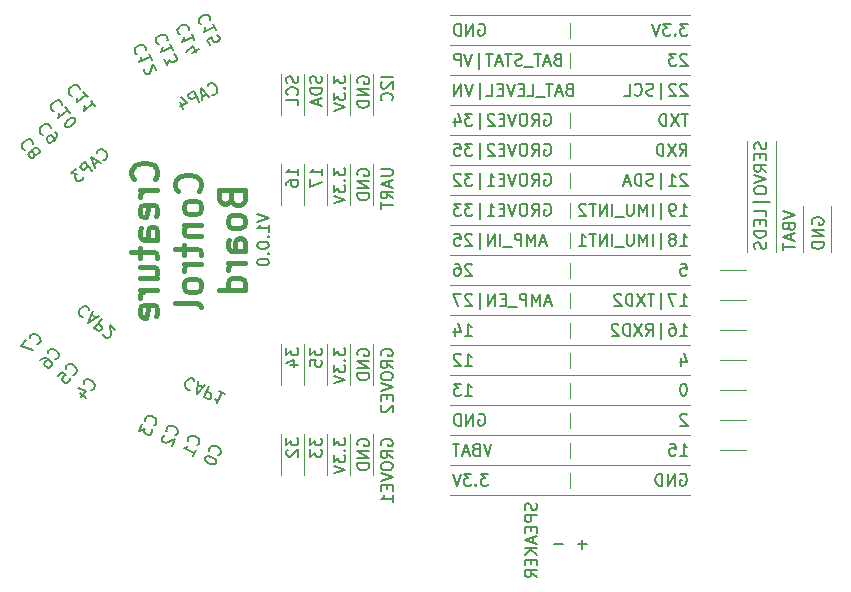
<source format=gbr>
G04 #@! TF.GenerationSoftware,KiCad,Pcbnew,(5.1.2-1)-1*
G04 #@! TF.CreationDate,2019-08-23T12:39:33+12:00*
G04 #@! TF.ProjectId,ccb,6363622e-6b69-4636-9164-5f7063625858,rev?*
G04 #@! TF.SameCoordinates,Original*
G04 #@! TF.FileFunction,Legend,Bot*
G04 #@! TF.FilePolarity,Positive*
%FSLAX46Y46*%
G04 Gerber Fmt 4.6, Leading zero omitted, Abs format (unit mm)*
G04 Created by KiCad (PCBNEW (5.1.2-1)-1) date 2019-08-23 12:39:33*
%MOMM*%
%LPD*%
G04 APERTURE LIST*
%ADD10C,0.150000*%
%ADD11C,0.120000*%
%ADD12C,0.400000*%
G04 APERTURE END LIST*
D10*
X114435391Y-56181904D02*
X115435391Y-56515238D01*
X114435391Y-56848571D01*
X115435391Y-57705714D02*
X115435391Y-57134285D01*
X115435391Y-57420000D02*
X114435391Y-57420000D01*
X114578249Y-57324761D01*
X114673487Y-57229523D01*
X114721106Y-57134285D01*
X115340153Y-58134285D02*
X115387772Y-58181904D01*
X115435391Y-58134285D01*
X115387772Y-58086666D01*
X115340153Y-58134285D01*
X115435391Y-58134285D01*
X114435391Y-58800952D02*
X114435391Y-58896190D01*
X114483011Y-58991428D01*
X114530630Y-59039047D01*
X114625868Y-59086666D01*
X114816344Y-59134285D01*
X115054439Y-59134285D01*
X115244915Y-59086666D01*
X115340153Y-59039047D01*
X115387772Y-58991428D01*
X115435391Y-58896190D01*
X115435391Y-58800952D01*
X115387772Y-58705714D01*
X115340153Y-58658095D01*
X115244915Y-58610476D01*
X115054439Y-58562857D01*
X114816344Y-58562857D01*
X114625868Y-58610476D01*
X114530630Y-58658095D01*
X114483011Y-58705714D01*
X114435391Y-58800952D01*
X115340153Y-59562857D02*
X115387772Y-59610476D01*
X115435391Y-59562857D01*
X115387772Y-59515238D01*
X115340153Y-59562857D01*
X115435391Y-59562857D01*
X114435391Y-60229523D02*
X114435391Y-60324761D01*
X114483011Y-60420000D01*
X114530630Y-60467619D01*
X114625868Y-60515238D01*
X114816344Y-60562857D01*
X115054439Y-60562857D01*
X115244915Y-60515238D01*
X115340153Y-60467619D01*
X115387772Y-60420000D01*
X115435391Y-60324761D01*
X115435391Y-60229523D01*
X115387772Y-60134285D01*
X115340153Y-60086666D01*
X115244915Y-60039047D01*
X115054439Y-59991428D01*
X114816344Y-59991428D01*
X114625868Y-60039047D01*
X114530630Y-60086666D01*
X114483011Y-60134285D01*
X114435391Y-60229523D01*
D11*
X155956000Y-59436000D02*
X155956000Y-50038000D01*
D10*
X157503761Y-50148023D02*
X157551380Y-50290880D01*
X157551380Y-50528976D01*
X157503761Y-50624214D01*
X157456142Y-50671833D01*
X157360904Y-50719452D01*
X157265666Y-50719452D01*
X157170428Y-50671833D01*
X157122809Y-50624214D01*
X157075190Y-50528976D01*
X157027571Y-50338500D01*
X156979952Y-50243261D01*
X156932333Y-50195642D01*
X156837095Y-50148023D01*
X156741857Y-50148023D01*
X156646619Y-50195642D01*
X156599000Y-50243261D01*
X156551380Y-50338500D01*
X156551380Y-50576595D01*
X156599000Y-50719452D01*
X157027571Y-51148023D02*
X157027571Y-51481357D01*
X157551380Y-51624214D02*
X157551380Y-51148023D01*
X156551380Y-51148023D01*
X156551380Y-51624214D01*
X157551380Y-52624214D02*
X157075190Y-52290880D01*
X157551380Y-52052785D02*
X156551380Y-52052785D01*
X156551380Y-52433738D01*
X156599000Y-52528976D01*
X156646619Y-52576595D01*
X156741857Y-52624214D01*
X156884714Y-52624214D01*
X156979952Y-52576595D01*
X157027571Y-52528976D01*
X157075190Y-52433738D01*
X157075190Y-52052785D01*
X156551380Y-52909928D02*
X157551380Y-53243261D01*
X156551380Y-53576595D01*
X156551380Y-54100404D02*
X156551380Y-54290880D01*
X156599000Y-54386119D01*
X156694238Y-54481357D01*
X156884714Y-54528976D01*
X157218047Y-54528976D01*
X157408523Y-54481357D01*
X157503761Y-54386119D01*
X157551380Y-54290880D01*
X157551380Y-54100404D01*
X157503761Y-54005166D01*
X157408523Y-53909928D01*
X157218047Y-53862309D01*
X156884714Y-53862309D01*
X156694238Y-53909928D01*
X156599000Y-54005166D01*
X156551380Y-54100404D01*
X157884714Y-55195642D02*
X156456142Y-55195642D01*
X157551380Y-56386119D02*
X157551380Y-55909928D01*
X156551380Y-55909928D01*
X157027571Y-56719452D02*
X157027571Y-57052785D01*
X157551380Y-57195642D02*
X157551380Y-56719452D01*
X156551380Y-56719452D01*
X156551380Y-57195642D01*
X157551380Y-57624214D02*
X156551380Y-57624214D01*
X156551380Y-57862309D01*
X156599000Y-58005166D01*
X156694238Y-58100404D01*
X156789476Y-58148023D01*
X156979952Y-58195642D01*
X157122809Y-58195642D01*
X157313285Y-58148023D01*
X157408523Y-58100404D01*
X157503761Y-58005166D01*
X157551380Y-57862309D01*
X157551380Y-57624214D01*
X157503761Y-58576595D02*
X157551380Y-58719452D01*
X157551380Y-58957547D01*
X157503761Y-59052785D01*
X157456142Y-59100404D01*
X157360904Y-59148023D01*
X157265666Y-59148023D01*
X157170428Y-59100404D01*
X157122809Y-59052785D01*
X157075190Y-58957547D01*
X157027571Y-58767071D01*
X156979952Y-58671833D01*
X156932333Y-58624214D01*
X156837095Y-58576595D01*
X156741857Y-58576595D01*
X156646619Y-58624214D01*
X156599000Y-58671833D01*
X156551380Y-58767071D01*
X156551380Y-59005166D01*
X156599000Y-59148023D01*
X124975000Y-75789404D02*
X124927380Y-75694166D01*
X124927380Y-75551309D01*
X124975000Y-75408452D01*
X125070238Y-75313214D01*
X125165476Y-75265595D01*
X125355952Y-75217976D01*
X125498809Y-75217976D01*
X125689285Y-75265595D01*
X125784523Y-75313214D01*
X125879761Y-75408452D01*
X125927380Y-75551309D01*
X125927380Y-75646547D01*
X125879761Y-75789404D01*
X125832142Y-75837023D01*
X125498809Y-75837023D01*
X125498809Y-75646547D01*
X125927380Y-76837023D02*
X125451190Y-76503690D01*
X125927380Y-76265595D02*
X124927380Y-76265595D01*
X124927380Y-76646547D01*
X124975000Y-76741785D01*
X125022619Y-76789404D01*
X125117857Y-76837023D01*
X125260714Y-76837023D01*
X125355952Y-76789404D01*
X125403571Y-76741785D01*
X125451190Y-76646547D01*
X125451190Y-76265595D01*
X124927380Y-77456071D02*
X124927380Y-77646547D01*
X124975000Y-77741785D01*
X125070238Y-77837023D01*
X125260714Y-77884642D01*
X125594047Y-77884642D01*
X125784523Y-77837023D01*
X125879761Y-77741785D01*
X125927380Y-77646547D01*
X125927380Y-77456071D01*
X125879761Y-77360833D01*
X125784523Y-77265595D01*
X125594047Y-77217976D01*
X125260714Y-77217976D01*
X125070238Y-77265595D01*
X124975000Y-77360833D01*
X124927380Y-77456071D01*
X124927380Y-78170357D02*
X125927380Y-78503690D01*
X124927380Y-78837023D01*
X125403571Y-79170357D02*
X125403571Y-79503690D01*
X125927380Y-79646547D02*
X125927380Y-79170357D01*
X124927380Y-79170357D01*
X124927380Y-79646547D01*
X125927380Y-80598928D02*
X125927380Y-80027500D01*
X125927380Y-80313214D02*
X124927380Y-80313214D01*
X125070238Y-80217976D01*
X125165476Y-80122738D01*
X125213095Y-80027500D01*
X124975000Y-68169404D02*
X124927380Y-68074166D01*
X124927380Y-67931309D01*
X124975000Y-67788452D01*
X125070238Y-67693214D01*
X125165476Y-67645595D01*
X125355952Y-67597976D01*
X125498809Y-67597976D01*
X125689285Y-67645595D01*
X125784523Y-67693214D01*
X125879761Y-67788452D01*
X125927380Y-67931309D01*
X125927380Y-68026547D01*
X125879761Y-68169404D01*
X125832142Y-68217023D01*
X125498809Y-68217023D01*
X125498809Y-68026547D01*
X125927380Y-69217023D02*
X125451190Y-68883690D01*
X125927380Y-68645595D02*
X124927380Y-68645595D01*
X124927380Y-69026547D01*
X124975000Y-69121785D01*
X125022619Y-69169404D01*
X125117857Y-69217023D01*
X125260714Y-69217023D01*
X125355952Y-69169404D01*
X125403571Y-69121785D01*
X125451190Y-69026547D01*
X125451190Y-68645595D01*
X124927380Y-69836071D02*
X124927380Y-70026547D01*
X124975000Y-70121785D01*
X125070238Y-70217023D01*
X125260714Y-70264642D01*
X125594047Y-70264642D01*
X125784523Y-70217023D01*
X125879761Y-70121785D01*
X125927380Y-70026547D01*
X125927380Y-69836071D01*
X125879761Y-69740833D01*
X125784523Y-69645595D01*
X125594047Y-69597976D01*
X125260714Y-69597976D01*
X125070238Y-69645595D01*
X124975000Y-69740833D01*
X124927380Y-69836071D01*
X124927380Y-70550357D02*
X125927380Y-70883690D01*
X124927380Y-71217023D01*
X125403571Y-71550357D02*
X125403571Y-71883690D01*
X125927380Y-72026547D02*
X125927380Y-71550357D01*
X124927380Y-71550357D01*
X124927380Y-72026547D01*
X125022619Y-72407500D02*
X124975000Y-72455119D01*
X124927380Y-72550357D01*
X124927380Y-72788452D01*
X124975000Y-72883690D01*
X125022619Y-72931309D01*
X125117857Y-72978928D01*
X125213095Y-72978928D01*
X125355952Y-72931309D01*
X125927380Y-72359880D01*
X125927380Y-72978928D01*
X124927380Y-52405595D02*
X125736904Y-52405595D01*
X125832142Y-52453214D01*
X125879761Y-52500833D01*
X125927380Y-52596071D01*
X125927380Y-52786547D01*
X125879761Y-52881785D01*
X125832142Y-52929404D01*
X125736904Y-52977023D01*
X124927380Y-52977023D01*
X125641666Y-53405595D02*
X125641666Y-53881785D01*
X125927380Y-53310357D02*
X124927380Y-53643690D01*
X125927380Y-53977023D01*
X125927380Y-54881785D02*
X125451190Y-54548452D01*
X125927380Y-54310357D02*
X124927380Y-54310357D01*
X124927380Y-54691309D01*
X124975000Y-54786547D01*
X125022619Y-54834166D01*
X125117857Y-54881785D01*
X125260714Y-54881785D01*
X125355952Y-54834166D01*
X125403571Y-54786547D01*
X125451190Y-54691309D01*
X125451190Y-54310357D01*
X124927380Y-55167500D02*
X124927380Y-55738928D01*
X125927380Y-55453214D02*
X124927380Y-55453214D01*
X125927380Y-44585595D02*
X124927380Y-44585595D01*
X125022619Y-45014166D02*
X124975000Y-45061785D01*
X124927380Y-45157023D01*
X124927380Y-45395119D01*
X124975000Y-45490357D01*
X125022619Y-45537976D01*
X125117857Y-45585595D01*
X125213095Y-45585595D01*
X125355952Y-45537976D01*
X125927380Y-44966547D01*
X125927380Y-45585595D01*
X125832142Y-46585595D02*
X125879761Y-46537976D01*
X125927380Y-46395119D01*
X125927380Y-46299880D01*
X125879761Y-46157023D01*
X125784523Y-46061785D01*
X125689285Y-46014166D01*
X125498809Y-45966547D01*
X125355952Y-45966547D01*
X125165476Y-46014166D01*
X125070238Y-46061785D01*
X124975000Y-46157023D01*
X124927380Y-46299880D01*
X124927380Y-46395119D01*
X124975000Y-46537976D01*
X125022619Y-46585595D01*
D12*
X105797714Y-53234285D02*
X105902476Y-53129523D01*
X106007238Y-52815238D01*
X106007238Y-52605714D01*
X105902476Y-52291428D01*
X105692952Y-52081904D01*
X105483428Y-51977142D01*
X105064380Y-51872380D01*
X104750095Y-51872380D01*
X104331047Y-51977142D01*
X104121523Y-52081904D01*
X103912000Y-52291428D01*
X103807238Y-52605714D01*
X103807238Y-52815238D01*
X103912000Y-53129523D01*
X104016761Y-53234285D01*
X106007238Y-54177142D02*
X104540571Y-54177142D01*
X104959619Y-54177142D02*
X104750095Y-54281904D01*
X104645333Y-54386666D01*
X104540571Y-54596190D01*
X104540571Y-54805714D01*
X105902476Y-56377142D02*
X106007238Y-56167619D01*
X106007238Y-55748571D01*
X105902476Y-55539047D01*
X105692952Y-55434285D01*
X104854857Y-55434285D01*
X104645333Y-55539047D01*
X104540571Y-55748571D01*
X104540571Y-56167619D01*
X104645333Y-56377142D01*
X104854857Y-56481904D01*
X105064380Y-56481904D01*
X105273904Y-55434285D01*
X106007238Y-58367619D02*
X104854857Y-58367619D01*
X104645333Y-58262857D01*
X104540571Y-58053333D01*
X104540571Y-57634285D01*
X104645333Y-57424761D01*
X105902476Y-58367619D02*
X106007238Y-58158095D01*
X106007238Y-57634285D01*
X105902476Y-57424761D01*
X105692952Y-57320000D01*
X105483428Y-57320000D01*
X105273904Y-57424761D01*
X105169142Y-57634285D01*
X105169142Y-58158095D01*
X105064380Y-58367619D01*
X104540571Y-59100952D02*
X104540571Y-59939047D01*
X103807238Y-59415238D02*
X105692952Y-59415238D01*
X105902476Y-59520000D01*
X106007238Y-59729523D01*
X106007238Y-59939047D01*
X104540571Y-61615238D02*
X106007238Y-61615238D01*
X104540571Y-60672380D02*
X105692952Y-60672380D01*
X105902476Y-60777142D01*
X106007238Y-60986666D01*
X106007238Y-61300952D01*
X105902476Y-61510476D01*
X105797714Y-61615238D01*
X106007238Y-62662857D02*
X104540571Y-62662857D01*
X104959619Y-62662857D02*
X104750095Y-62767619D01*
X104645333Y-62872380D01*
X104540571Y-63081904D01*
X104540571Y-63291428D01*
X105902476Y-64862857D02*
X106007238Y-64653333D01*
X106007238Y-64234285D01*
X105902476Y-64024761D01*
X105692952Y-63920000D01*
X104854857Y-63920000D01*
X104645333Y-64024761D01*
X104540571Y-64234285D01*
X104540571Y-64653333D01*
X104645333Y-64862857D01*
X104854857Y-64967619D01*
X105064380Y-64967619D01*
X105273904Y-63920000D01*
X109497714Y-54229523D02*
X109602476Y-54124761D01*
X109707238Y-53810476D01*
X109707238Y-53600952D01*
X109602476Y-53286666D01*
X109392952Y-53077142D01*
X109183428Y-52972380D01*
X108764380Y-52867619D01*
X108450095Y-52867619D01*
X108031047Y-52972380D01*
X107821523Y-53077142D01*
X107612000Y-53286666D01*
X107507238Y-53600952D01*
X107507238Y-53810476D01*
X107612000Y-54124761D01*
X107716761Y-54229523D01*
X109707238Y-55486666D02*
X109602476Y-55277142D01*
X109497714Y-55172380D01*
X109288190Y-55067619D01*
X108659619Y-55067619D01*
X108450095Y-55172380D01*
X108345333Y-55277142D01*
X108240571Y-55486666D01*
X108240571Y-55800952D01*
X108345333Y-56010476D01*
X108450095Y-56115238D01*
X108659619Y-56220000D01*
X109288190Y-56220000D01*
X109497714Y-56115238D01*
X109602476Y-56010476D01*
X109707238Y-55800952D01*
X109707238Y-55486666D01*
X108240571Y-57162857D02*
X109707238Y-57162857D01*
X108450095Y-57162857D02*
X108345333Y-57267619D01*
X108240571Y-57477142D01*
X108240571Y-57791428D01*
X108345333Y-58000952D01*
X108554857Y-58105714D01*
X109707238Y-58105714D01*
X108240571Y-58839047D02*
X108240571Y-59677142D01*
X107507238Y-59153333D02*
X109392952Y-59153333D01*
X109602476Y-59258095D01*
X109707238Y-59467619D01*
X109707238Y-59677142D01*
X109707238Y-60410476D02*
X108240571Y-60410476D01*
X108659619Y-60410476D02*
X108450095Y-60515238D01*
X108345333Y-60620000D01*
X108240571Y-60829523D01*
X108240571Y-61039047D01*
X109707238Y-62086666D02*
X109602476Y-61877142D01*
X109497714Y-61772380D01*
X109288190Y-61667619D01*
X108659619Y-61667619D01*
X108450095Y-61772380D01*
X108345333Y-61877142D01*
X108240571Y-62086666D01*
X108240571Y-62400952D01*
X108345333Y-62610476D01*
X108450095Y-62715238D01*
X108659619Y-62820000D01*
X109288190Y-62820000D01*
X109497714Y-62715238D01*
X109602476Y-62610476D01*
X109707238Y-62400952D01*
X109707238Y-62086666D01*
X109707238Y-64077142D02*
X109602476Y-63867619D01*
X109392952Y-63762857D01*
X107507238Y-63762857D01*
X112254857Y-54910476D02*
X112359619Y-55224761D01*
X112464380Y-55329523D01*
X112673904Y-55434285D01*
X112988190Y-55434285D01*
X113197714Y-55329523D01*
X113302476Y-55224761D01*
X113407238Y-55015238D01*
X113407238Y-54177142D01*
X111207238Y-54177142D01*
X111207238Y-54910476D01*
X111312000Y-55120000D01*
X111416761Y-55224761D01*
X111626285Y-55329523D01*
X111835809Y-55329523D01*
X112045333Y-55224761D01*
X112150095Y-55120000D01*
X112254857Y-54910476D01*
X112254857Y-54177142D01*
X113407238Y-56691428D02*
X113302476Y-56481904D01*
X113197714Y-56377142D01*
X112988190Y-56272380D01*
X112359619Y-56272380D01*
X112150095Y-56377142D01*
X112045333Y-56481904D01*
X111940571Y-56691428D01*
X111940571Y-57005714D01*
X112045333Y-57215238D01*
X112150095Y-57320000D01*
X112359619Y-57424761D01*
X112988190Y-57424761D01*
X113197714Y-57320000D01*
X113302476Y-57215238D01*
X113407238Y-57005714D01*
X113407238Y-56691428D01*
X113407238Y-59310476D02*
X112254857Y-59310476D01*
X112045333Y-59205714D01*
X111940571Y-58996190D01*
X111940571Y-58577142D01*
X112045333Y-58367619D01*
X113302476Y-59310476D02*
X113407238Y-59100952D01*
X113407238Y-58577142D01*
X113302476Y-58367619D01*
X113092952Y-58262857D01*
X112883428Y-58262857D01*
X112673904Y-58367619D01*
X112569142Y-58577142D01*
X112569142Y-59100952D01*
X112464380Y-59310476D01*
X113407238Y-60358095D02*
X111940571Y-60358095D01*
X112359619Y-60358095D02*
X112150095Y-60462857D01*
X112045333Y-60567619D01*
X111940571Y-60777142D01*
X111940571Y-60986666D01*
X113407238Y-62662857D02*
X111207238Y-62662857D01*
X113302476Y-62662857D02*
X113407238Y-62453333D01*
X113407238Y-62034285D01*
X113302476Y-61824761D01*
X113197714Y-61720000D01*
X112988190Y-61615238D01*
X112359619Y-61615238D01*
X112150095Y-61720000D01*
X112045333Y-61824761D01*
X111940571Y-62034285D01*
X111940571Y-62453333D01*
X112045333Y-62662857D01*
D10*
X140334952Y-84145428D02*
X139573047Y-84145428D01*
X142366952Y-84145428D02*
X141605047Y-84145428D01*
X141986000Y-84526380D02*
X141986000Y-83764476D01*
X138072761Y-80700952D02*
X138120380Y-80843809D01*
X138120380Y-81081904D01*
X138072761Y-81177142D01*
X138025142Y-81224761D01*
X137929904Y-81272380D01*
X137834666Y-81272380D01*
X137739428Y-81224761D01*
X137691809Y-81177142D01*
X137644190Y-81081904D01*
X137596571Y-80891428D01*
X137548952Y-80796190D01*
X137501333Y-80748571D01*
X137406095Y-80700952D01*
X137310857Y-80700952D01*
X137215619Y-80748571D01*
X137168000Y-80796190D01*
X137120380Y-80891428D01*
X137120380Y-81129523D01*
X137168000Y-81272380D01*
X138120380Y-81700952D02*
X137120380Y-81700952D01*
X137120380Y-82081904D01*
X137168000Y-82177142D01*
X137215619Y-82224761D01*
X137310857Y-82272380D01*
X137453714Y-82272380D01*
X137548952Y-82224761D01*
X137596571Y-82177142D01*
X137644190Y-82081904D01*
X137644190Y-81700952D01*
X137596571Y-82700952D02*
X137596571Y-83034285D01*
X138120380Y-83177142D02*
X138120380Y-82700952D01*
X137120380Y-82700952D01*
X137120380Y-83177142D01*
X137834666Y-83558095D02*
X137834666Y-84034285D01*
X138120380Y-83462857D02*
X137120380Y-83796190D01*
X138120380Y-84129523D01*
X138120380Y-84462857D02*
X137120380Y-84462857D01*
X138120380Y-85034285D02*
X137548952Y-84605714D01*
X137120380Y-85034285D02*
X137691809Y-84462857D01*
X137596571Y-85462857D02*
X137596571Y-85796190D01*
X138120380Y-85939047D02*
X138120380Y-85462857D01*
X137120380Y-85462857D01*
X137120380Y-85939047D01*
X138120380Y-86939047D02*
X137644190Y-86605714D01*
X138120380Y-86367619D02*
X137120380Y-86367619D01*
X137120380Y-86748571D01*
X137168000Y-86843809D01*
X137215619Y-86891428D01*
X137310857Y-86939047D01*
X137453714Y-86939047D01*
X137548952Y-86891428D01*
X137596571Y-86843809D01*
X137644190Y-86748571D01*
X137644190Y-86367619D01*
X109140312Y-70333451D02*
X109117279Y-70270168D01*
X109007931Y-70166637D01*
X108921616Y-70126387D01*
X108772019Y-70109171D01*
X108645454Y-70155237D01*
X108562048Y-70221427D01*
X108438391Y-70373932D01*
X108378017Y-70503405D01*
X108340676Y-70696160D01*
X108343584Y-70802599D01*
X108389650Y-70929164D01*
X108498998Y-71032695D01*
X108585313Y-71072945D01*
X108734910Y-71090161D01*
X108798192Y-71067128D01*
X109405073Y-70667078D02*
X109836648Y-70868325D01*
X109439506Y-70367884D02*
X109318991Y-71415064D01*
X110043711Y-70649629D01*
X110345814Y-70790502D02*
X109923196Y-71696810D01*
X110268456Y-71857807D01*
X110374896Y-71854899D01*
X110438178Y-71831866D01*
X110521585Y-71765676D01*
X110581959Y-71636203D01*
X110579051Y-71529763D01*
X110556018Y-71466481D01*
X110489827Y-71383074D01*
X110144567Y-71222077D01*
X111726854Y-71434492D02*
X111208964Y-71192995D01*
X111467909Y-71313743D02*
X111045291Y-72220051D01*
X111019350Y-72050329D01*
X110973284Y-71923765D01*
X110907094Y-71840358D01*
X100228565Y-64300407D02*
X100222696Y-64233319D01*
X100143870Y-64105014D01*
X100070913Y-64043797D01*
X99930870Y-63988448D01*
X99796695Y-64000187D01*
X99698999Y-64042534D01*
X99540085Y-64157839D01*
X99448258Y-64267274D01*
X99362301Y-64443796D01*
X99337561Y-64547361D01*
X99349300Y-64681536D01*
X99428126Y-64809841D01*
X99501082Y-64871059D01*
X99641126Y-64926407D01*
X99708214Y-64920538D01*
X100397956Y-64691191D02*
X100762739Y-64997281D01*
X100508653Y-64411104D02*
X100121214Y-65391411D01*
X101019349Y-64839629D01*
X101274698Y-65053891D02*
X100631910Y-65819936D01*
X100923736Y-66064807D01*
X101027302Y-66089547D01*
X101094389Y-66083677D01*
X101192085Y-66041330D01*
X101283912Y-65931895D01*
X101308652Y-65828329D01*
X101302782Y-65761242D01*
X101260435Y-65663546D01*
X100968608Y-65418674D01*
X101422694Y-66359158D02*
X101428563Y-66426245D01*
X101470911Y-66523941D01*
X101653303Y-66676986D01*
X101756868Y-66701725D01*
X101823955Y-66695856D01*
X101921652Y-66653508D01*
X101982869Y-66580552D01*
X102038218Y-66440508D01*
X101967785Y-65635461D01*
X102442003Y-66033377D01*
X101398568Y-51639581D02*
X101465655Y-51645451D01*
X101605699Y-51590102D01*
X101678655Y-51528884D01*
X101757481Y-51400579D01*
X101769220Y-51266405D01*
X101744480Y-51162839D01*
X101658523Y-50986317D01*
X101566696Y-50876882D01*
X101407782Y-50761578D01*
X101310086Y-50719230D01*
X101175912Y-50707491D01*
X101035868Y-50762840D01*
X100962911Y-50824058D01*
X100884085Y-50952363D01*
X100878216Y-51019450D01*
X100984305Y-51738540D02*
X100619522Y-52044629D01*
X101240916Y-51896192D02*
X100342780Y-51344410D01*
X100730219Y-52324717D01*
X100474871Y-52538979D02*
X99832084Y-51772935D01*
X99540257Y-52017806D01*
X99497909Y-52115502D01*
X99492040Y-52182590D01*
X99516780Y-52286155D01*
X99608606Y-52395590D01*
X99706303Y-52437938D01*
X99773390Y-52443807D01*
X99876955Y-52419068D01*
X100168782Y-52174196D01*
X99138996Y-52354504D02*
X98664778Y-52752421D01*
X99164997Y-52829985D01*
X99055562Y-52921811D01*
X99013215Y-53019507D01*
X99007345Y-53086595D01*
X99032085Y-53190160D01*
X99185130Y-53372552D01*
X99282826Y-53414899D01*
X99349913Y-53420769D01*
X99453479Y-53396029D01*
X99672348Y-53212376D01*
X99714696Y-53114680D01*
X99720565Y-53047592D01*
X111140102Y-76631409D02*
X111203384Y-76608377D01*
X111306916Y-76499029D01*
X111347165Y-76412714D01*
X111364382Y-76263116D01*
X111318316Y-76136552D01*
X111252126Y-76053145D01*
X111099620Y-75929489D01*
X110970148Y-75869115D01*
X110777393Y-75831774D01*
X110670953Y-75834682D01*
X110544389Y-75880747D01*
X110440857Y-75990095D01*
X110400608Y-76076410D01*
X110383391Y-76226008D01*
X110406424Y-76289290D01*
X110058488Y-76810088D02*
X110018239Y-76896403D01*
X110021147Y-77002843D01*
X110044180Y-77066125D01*
X110110370Y-77149532D01*
X110262876Y-77273188D01*
X110478663Y-77373812D01*
X110671418Y-77411153D01*
X110777858Y-77408245D01*
X110841140Y-77385212D01*
X110924547Y-77319021D01*
X110964796Y-77232706D01*
X110961888Y-77126267D01*
X110938855Y-77062984D01*
X110872665Y-76979578D01*
X110720160Y-76855921D01*
X110504372Y-76755298D01*
X110311617Y-76717957D01*
X110205178Y-76720865D01*
X110141895Y-76743898D01*
X110058488Y-76810088D01*
X109327487Y-75786173D02*
X109390769Y-75763141D01*
X109494301Y-75653793D01*
X109534550Y-75567478D01*
X109551767Y-75417880D01*
X109505701Y-75291316D01*
X109439511Y-75207909D01*
X109287005Y-75084253D01*
X109157533Y-75023879D01*
X108964778Y-74986538D01*
X108858338Y-74989446D01*
X108731774Y-75035511D01*
X108628242Y-75144859D01*
X108587993Y-75231174D01*
X108570776Y-75380772D01*
X108593809Y-75444054D01*
X109011308Y-76689573D02*
X109252805Y-76171683D01*
X109132057Y-76430628D02*
X108225749Y-76008010D01*
X108395471Y-75982069D01*
X108522035Y-75936003D01*
X108605442Y-75869813D01*
X107514871Y-74940936D02*
X107578153Y-74917904D01*
X107681685Y-74808556D01*
X107721934Y-74722241D01*
X107739151Y-74572643D01*
X107693085Y-74446079D01*
X107626895Y-74362672D01*
X107474389Y-74239016D01*
X107344917Y-74178642D01*
X107152162Y-74141301D01*
X107045722Y-74144209D01*
X106919158Y-74190274D01*
X106815626Y-74299622D01*
X106775377Y-74385937D01*
X106758160Y-74535535D01*
X106781193Y-74598817D01*
X106620196Y-74944077D02*
X106556914Y-74967110D01*
X106473507Y-75033300D01*
X106372883Y-75249088D01*
X106375792Y-75355527D01*
X106398824Y-75418810D01*
X106465015Y-75502216D01*
X106551330Y-75542466D01*
X106700927Y-75559682D01*
X107460313Y-75283288D01*
X107198692Y-75844336D01*
X105702256Y-74095700D02*
X105765538Y-74072668D01*
X105869070Y-73963320D01*
X105909319Y-73877005D01*
X105926536Y-73727407D01*
X105880470Y-73600843D01*
X105814280Y-73517436D01*
X105661774Y-73393780D01*
X105532302Y-73333406D01*
X105339547Y-73296065D01*
X105233107Y-73298973D01*
X105106543Y-73345038D01*
X105003011Y-73454386D01*
X104962762Y-73540701D01*
X104945545Y-73690299D01*
X104968578Y-73753581D01*
X104741391Y-74015434D02*
X104479770Y-74576482D01*
X104965903Y-74435377D01*
X104905529Y-74564849D01*
X104908437Y-74671289D01*
X104931470Y-74734571D01*
X104997660Y-74817978D01*
X105213447Y-74918601D01*
X105319887Y-74915693D01*
X105383169Y-74892660D01*
X105466576Y-74826470D01*
X105587324Y-74567525D01*
X105584416Y-74461085D01*
X105561383Y-74397803D01*
X98869181Y-69807126D02*
X98936268Y-69801257D01*
X99064573Y-69722431D01*
X99125791Y-69649474D01*
X99181140Y-69509430D01*
X99169401Y-69375256D01*
X99127053Y-69277560D01*
X99011749Y-69118646D01*
X98902314Y-69026819D01*
X98725792Y-68940861D01*
X98622226Y-68916122D01*
X98488052Y-68927860D01*
X98359747Y-69006686D01*
X98298529Y-69079643D01*
X98243181Y-69219687D01*
X98249050Y-69286774D01*
X97594524Y-69918644D02*
X97900613Y-69553861D01*
X98296005Y-69823472D01*
X98228918Y-69829341D01*
X98131221Y-69871689D01*
X97978177Y-70054081D01*
X97953437Y-70157646D01*
X97959307Y-70224733D01*
X98001654Y-70322430D01*
X98184046Y-70475474D01*
X98287611Y-70500214D01*
X98354699Y-70494345D01*
X98452395Y-70451997D01*
X98605439Y-70269605D01*
X98630179Y-70166040D01*
X98624310Y-70098953D01*
X100401269Y-71092701D02*
X100468356Y-71086832D01*
X100596661Y-71008006D01*
X100657879Y-70935049D01*
X100713228Y-70795005D01*
X100701489Y-70660831D01*
X100659141Y-70563135D01*
X100543837Y-70404221D01*
X100434402Y-70312394D01*
X100257880Y-70226436D01*
X100154314Y-70201697D01*
X100020140Y-70213435D01*
X99891835Y-70292261D01*
X99830617Y-70365218D01*
X99775269Y-70505262D01*
X99781138Y-70572349D01*
X99412569Y-71382003D02*
X99923265Y-71810528D01*
X99273787Y-70954740D02*
X99974006Y-71231483D01*
X99576090Y-71705701D01*
X97337092Y-68521551D02*
X97404179Y-68515682D01*
X97532484Y-68436856D01*
X97593702Y-68363899D01*
X97649051Y-68223855D01*
X97637312Y-68089681D01*
X97594964Y-67991985D01*
X97479660Y-67833071D01*
X97370225Y-67741244D01*
X97193703Y-67655286D01*
X97090137Y-67630547D01*
X96955963Y-67642285D01*
X96827658Y-67721111D01*
X96766440Y-67794068D01*
X96711092Y-67934112D01*
X96716961Y-68001199D01*
X96093043Y-68596591D02*
X96215479Y-68450678D01*
X96313175Y-68408330D01*
X96380263Y-68402461D01*
X96550915Y-68421331D01*
X96727438Y-68507288D01*
X97019264Y-68752160D01*
X97061612Y-68849856D01*
X97067481Y-68916943D01*
X97042742Y-69020509D01*
X96920306Y-69166422D01*
X96822610Y-69208770D01*
X96755522Y-69214639D01*
X96651957Y-69189899D01*
X96469565Y-69036855D01*
X96427218Y-68939158D01*
X96421348Y-68872071D01*
X96446088Y-68768506D01*
X96568524Y-68622592D01*
X96666220Y-68580245D01*
X96733307Y-68574375D01*
X96836873Y-68599115D01*
X95805003Y-67235976D02*
X95872090Y-67230107D01*
X96000395Y-67151281D01*
X96061613Y-67078324D01*
X96116962Y-66938280D01*
X96105223Y-66804106D01*
X96062875Y-66706410D01*
X95947571Y-66547496D01*
X95838136Y-66455669D01*
X95661614Y-66369711D01*
X95558048Y-66344972D01*
X95423874Y-66356710D01*
X95295569Y-66435536D01*
X95234351Y-66508493D01*
X95179003Y-66648537D01*
X95184872Y-66715624D01*
X94897653Y-66909754D02*
X94469128Y-67420451D01*
X95510653Y-67734934D01*
X96972244Y-48961087D02*
X96978113Y-48894000D01*
X96922764Y-48753956D01*
X96861547Y-48680999D01*
X96733242Y-48602173D01*
X96599067Y-48590434D01*
X96495501Y-48615174D01*
X96318979Y-48701131D01*
X96209544Y-48792958D01*
X96094240Y-48951872D01*
X96051892Y-49049568D01*
X96040154Y-49183743D01*
X96095502Y-49323787D01*
X96156720Y-49396743D01*
X96285025Y-49475569D01*
X96352112Y-49481439D01*
X97351290Y-49264652D02*
X97473725Y-49410565D01*
X97498465Y-49514131D01*
X97492595Y-49581218D01*
X97444378Y-49746001D01*
X97329074Y-49904915D01*
X97037248Y-50149787D01*
X96933682Y-50174527D01*
X96866595Y-50168657D01*
X96768899Y-50126309D01*
X96646463Y-49980396D01*
X96621723Y-49876831D01*
X96627593Y-49809743D01*
X96669940Y-49712047D01*
X96852332Y-49559003D01*
X96955898Y-49534263D01*
X97022985Y-49540132D01*
X97120681Y-49582480D01*
X97243117Y-49728393D01*
X97267856Y-49831959D01*
X97261987Y-49899046D01*
X97219639Y-49996742D01*
X99424243Y-45660370D02*
X99430112Y-45593282D01*
X99374764Y-45453239D01*
X99313546Y-45380282D01*
X99185241Y-45301456D01*
X99051066Y-45289717D01*
X98947501Y-45314457D01*
X98770979Y-45400414D01*
X98661544Y-45492241D01*
X98546239Y-45651155D01*
X98503892Y-45748851D01*
X98492153Y-45883026D01*
X98547501Y-46023070D01*
X98608719Y-46096026D01*
X98737024Y-46174852D01*
X98804112Y-46180722D01*
X100109378Y-46328718D02*
X99742071Y-45890978D01*
X99925725Y-46109848D02*
X99159680Y-46752636D01*
X99207897Y-46587852D01*
X99219636Y-46453678D01*
X99194896Y-46350112D01*
X100721557Y-47058284D02*
X100354250Y-46620544D01*
X100537903Y-46839414D02*
X99771859Y-47482202D01*
X99820076Y-47317418D01*
X99831815Y-47183244D01*
X99807075Y-47079678D01*
X95440156Y-50246661D02*
X95446025Y-50179574D01*
X95390676Y-50039530D01*
X95329459Y-49966573D01*
X95201154Y-49887747D01*
X95066979Y-49876008D01*
X94963413Y-49900748D01*
X94786891Y-49986705D01*
X94677456Y-50078532D01*
X94562152Y-50237446D01*
X94519804Y-50335142D01*
X94508066Y-50469317D01*
X94563414Y-50609361D01*
X94624632Y-50682317D01*
X94752937Y-50761143D01*
X94820024Y-50767013D01*
X95442680Y-50990490D02*
X95344984Y-50948142D01*
X95277896Y-50942273D01*
X95174331Y-50967012D01*
X95137852Y-50997621D01*
X95095505Y-51095317D01*
X95089635Y-51162405D01*
X95114375Y-51265970D01*
X95236811Y-51411883D01*
X95334507Y-51454231D01*
X95401594Y-51460101D01*
X95505160Y-51435361D01*
X95541638Y-51404752D01*
X95583986Y-51307056D01*
X95589855Y-51239969D01*
X95565115Y-51136403D01*
X95442680Y-50990490D01*
X95417940Y-50886924D01*
X95423810Y-50819837D01*
X95466157Y-50722141D01*
X95612070Y-50599705D01*
X95715636Y-50574966D01*
X95782723Y-50580835D01*
X95880419Y-50623183D01*
X96002855Y-50769096D01*
X96027595Y-50872661D01*
X96021725Y-50939749D01*
X95979378Y-51037445D01*
X95833464Y-51159881D01*
X95729899Y-51184620D01*
X95662812Y-51178751D01*
X95565115Y-51136403D01*
X97892154Y-46945946D02*
X97898023Y-46878858D01*
X97842675Y-46738815D01*
X97781457Y-46665858D01*
X97653152Y-46587032D01*
X97518977Y-46575293D01*
X97415412Y-46600033D01*
X97238890Y-46685990D01*
X97129455Y-46777817D01*
X97014150Y-46936731D01*
X96971803Y-47034427D01*
X96960064Y-47168602D01*
X97015412Y-47308646D01*
X97076630Y-47381602D01*
X97204935Y-47460428D01*
X97272023Y-47466298D01*
X98577289Y-47614294D02*
X98209982Y-47176554D01*
X98393636Y-47395424D02*
X97627591Y-48038212D01*
X97675808Y-47873428D01*
X97687547Y-47739254D01*
X97662807Y-47635688D01*
X98209161Y-48731300D02*
X98270379Y-48804256D01*
X98368075Y-48846604D01*
X98435162Y-48852473D01*
X98538728Y-48827734D01*
X98715250Y-48741776D01*
X98897641Y-48588732D01*
X99012946Y-48429817D01*
X99055293Y-48332121D01*
X99061163Y-48265034D01*
X99036423Y-48161469D01*
X98975205Y-48088512D01*
X98877509Y-48046164D01*
X98810422Y-48040295D01*
X98706856Y-48065034D01*
X98530334Y-48150992D01*
X98347943Y-48304037D01*
X98232638Y-48462951D01*
X98190291Y-48560647D01*
X98184421Y-48627734D01*
X98209161Y-48731300D01*
X105023361Y-42341874D02*
X105046394Y-42278592D01*
X105029177Y-42128994D01*
X104988928Y-42042679D01*
X104885396Y-41933331D01*
X104758832Y-41887266D01*
X104652392Y-41884358D01*
X104459637Y-41921699D01*
X104330165Y-41982073D01*
X104177659Y-42105729D01*
X104111469Y-42189136D01*
X104065403Y-42315700D01*
X104082620Y-42465298D01*
X104122869Y-42551613D01*
X104226401Y-42660961D01*
X104289683Y-42683993D01*
X105512169Y-43164775D02*
X105270673Y-42646885D01*
X105391421Y-42905830D02*
X104485113Y-43328448D01*
X104574337Y-43181759D01*
X104620402Y-43055194D01*
X104623310Y-42948755D01*
X104853174Y-43892404D02*
X104830141Y-43955686D01*
X104827233Y-44062126D01*
X104927856Y-44277913D01*
X105011263Y-44344104D01*
X105074545Y-44367136D01*
X105180985Y-44370045D01*
X105267300Y-44329795D01*
X105376648Y-44226264D01*
X105653042Y-43466877D01*
X105914663Y-44027925D01*
X106835976Y-41496638D02*
X106859009Y-41433356D01*
X106841792Y-41283758D01*
X106801543Y-41197443D01*
X106698011Y-41088095D01*
X106571447Y-41042030D01*
X106465007Y-41039122D01*
X106272252Y-41076463D01*
X106142780Y-41136837D01*
X105990274Y-41260493D01*
X105924084Y-41343900D01*
X105878018Y-41470464D01*
X105895235Y-41620062D01*
X105935484Y-41706377D01*
X106039016Y-41815725D01*
X106102298Y-41838757D01*
X107324784Y-42319539D02*
X107083288Y-41801649D01*
X107204036Y-42060594D02*
X106297728Y-42483212D01*
X106386952Y-42336523D01*
X106433017Y-42209958D01*
X106435925Y-42103519D01*
X106559349Y-43044260D02*
X106820970Y-43605307D01*
X107025357Y-43142207D01*
X107085731Y-43271680D01*
X107169138Y-43337870D01*
X107232421Y-43360903D01*
X107338860Y-43363811D01*
X107554648Y-43263188D01*
X107620838Y-43179781D01*
X107643871Y-43116499D01*
X107646779Y-43010059D01*
X107526031Y-42751114D01*
X107442624Y-42684923D01*
X107379342Y-42661891D01*
X108648592Y-40651401D02*
X108671625Y-40588119D01*
X108654408Y-40438521D01*
X108614159Y-40352206D01*
X108510627Y-40242858D01*
X108384063Y-40196793D01*
X108277623Y-40193885D01*
X108084868Y-40231226D01*
X107955396Y-40291600D01*
X107802890Y-40415256D01*
X107736700Y-40498663D01*
X107690634Y-40625227D01*
X107707851Y-40774825D01*
X107748100Y-40861140D01*
X107851632Y-40970488D01*
X107914914Y-40993520D01*
X109137400Y-41474302D02*
X108895904Y-40956412D01*
X109016652Y-41215357D02*
X108110344Y-41637975D01*
X108199568Y-41491286D01*
X108245633Y-41364721D01*
X108248541Y-41258282D01*
X108895439Y-42532882D02*
X109499645Y-42251137D01*
X108449556Y-42478092D02*
X108996295Y-41960435D01*
X109257916Y-42521482D01*
X110461207Y-39806165D02*
X110484240Y-39742883D01*
X110467023Y-39593285D01*
X110426774Y-39506970D01*
X110323242Y-39397622D01*
X110196678Y-39351557D01*
X110090238Y-39348649D01*
X109897483Y-39385990D01*
X109768011Y-39446364D01*
X109615505Y-39570020D01*
X109549315Y-39653427D01*
X109503249Y-39779991D01*
X109520466Y-39929589D01*
X109560715Y-40015904D01*
X109664247Y-40125252D01*
X109727529Y-40148284D01*
X110950015Y-40629066D02*
X110708519Y-40111176D01*
X110829267Y-40370121D02*
X109922959Y-40792739D01*
X110012183Y-40646050D01*
X110058248Y-40519485D01*
X110061156Y-40413046D01*
X110426076Y-41871677D02*
X110224830Y-41440102D01*
X110636280Y-41195697D01*
X110613247Y-41258979D01*
X110610339Y-41365419D01*
X110710962Y-41581207D01*
X110794369Y-41647397D01*
X110857652Y-41670430D01*
X110964091Y-41673338D01*
X111179879Y-41572715D01*
X111246069Y-41489308D01*
X111269102Y-41426026D01*
X111272010Y-41319586D01*
X111171387Y-41103798D01*
X111087980Y-41037608D01*
X111024698Y-41014575D01*
X110617557Y-46088813D02*
X110680840Y-46111846D01*
X110830437Y-46094630D01*
X110916752Y-46054380D01*
X111026100Y-45950849D01*
X111072165Y-45824284D01*
X111075074Y-45717845D01*
X111037732Y-45525090D01*
X110977358Y-45395617D01*
X110853702Y-45243112D01*
X110770295Y-45176922D01*
X110643731Y-45130856D01*
X110494134Y-45148072D01*
X110407819Y-45188322D01*
X110298471Y-45291853D01*
X110275438Y-45355136D01*
X110191799Y-46077181D02*
X109760223Y-46278427D01*
X110398862Y-46295876D02*
X109674141Y-45530441D01*
X109794656Y-46577622D01*
X109492554Y-46718495D02*
X109069936Y-45812187D01*
X108724676Y-45973184D01*
X108658485Y-46056591D01*
X108635452Y-46119873D01*
X108632544Y-46226313D01*
X108692918Y-46355786D01*
X108776325Y-46421976D01*
X108839607Y-46445009D01*
X108946047Y-46447917D01*
X109291307Y-46286919D01*
X107916083Y-46718030D02*
X108197828Y-47322235D01*
X107970873Y-46272146D02*
X108488531Y-46818886D01*
X107927483Y-47080506D01*
D11*
X155829000Y-60960000D02*
X153670000Y-60960000D01*
X155829000Y-63500000D02*
X153670000Y-63500000D01*
X155829000Y-66040000D02*
X153670000Y-66040000D01*
X155829000Y-68580000D02*
X153670000Y-68580000D01*
X155829000Y-71120000D02*
X153670000Y-71120000D01*
X155829000Y-73660000D02*
X153670000Y-73660000D01*
X155829000Y-76200000D02*
X153670000Y-76200000D01*
X158369000Y-59436000D02*
X158369000Y-50038000D01*
X162995000Y-55506000D02*
X162995000Y-59436000D01*
X160655000Y-59436000D02*
X160655000Y-55506000D01*
D10*
X158964380Y-55957547D02*
X159964380Y-56290880D01*
X158964380Y-56624214D01*
X159440571Y-57290880D02*
X159488190Y-57433738D01*
X159535809Y-57481357D01*
X159631047Y-57528976D01*
X159773904Y-57528976D01*
X159869142Y-57481357D01*
X159916761Y-57433738D01*
X159964380Y-57338500D01*
X159964380Y-56957547D01*
X158964380Y-56957547D01*
X158964380Y-57290880D01*
X159012000Y-57386119D01*
X159059619Y-57433738D01*
X159154857Y-57481357D01*
X159250095Y-57481357D01*
X159345333Y-57433738D01*
X159392952Y-57386119D01*
X159440571Y-57290880D01*
X159440571Y-56957547D01*
X159678666Y-57909928D02*
X159678666Y-58386119D01*
X159964380Y-57814690D02*
X158964380Y-58148023D01*
X159964380Y-58481357D01*
X158964380Y-58671833D02*
X158964380Y-59243261D01*
X159964380Y-58957547D02*
X158964380Y-58957547D01*
X161456000Y-57052785D02*
X161408380Y-56957547D01*
X161408380Y-56814690D01*
X161456000Y-56671833D01*
X161551238Y-56576595D01*
X161646476Y-56528976D01*
X161836952Y-56481357D01*
X161979809Y-56481357D01*
X162170285Y-56528976D01*
X162265523Y-56576595D01*
X162360761Y-56671833D01*
X162408380Y-56814690D01*
X162408380Y-56909928D01*
X162360761Y-57052785D01*
X162313142Y-57100404D01*
X161979809Y-57100404D01*
X161979809Y-56909928D01*
X162408380Y-57528976D02*
X161408380Y-57528976D01*
X162408380Y-58100404D01*
X161408380Y-58100404D01*
X162408380Y-58576595D02*
X161408380Y-58576595D01*
X161408380Y-58814690D01*
X161456000Y-58957547D01*
X161551238Y-59052785D01*
X161646476Y-59100404D01*
X161836952Y-59148023D01*
X161979809Y-59148023D01*
X162170285Y-59100404D01*
X162265523Y-59052785D01*
X162360761Y-58957547D01*
X162408380Y-58814690D01*
X162408380Y-58576595D01*
D11*
X116475000Y-78260000D02*
X116475000Y-74810000D01*
X124275000Y-74810000D02*
X124275000Y-78260000D01*
X120375000Y-78260000D02*
X120375000Y-74810000D01*
X118425000Y-78260000D02*
X118425000Y-74810000D01*
X122325000Y-78260000D02*
X122325000Y-74810000D01*
X122325000Y-70640000D02*
X122325000Y-67190000D01*
X118425000Y-70640000D02*
X118425000Y-67190000D01*
X120375000Y-70640000D02*
X120375000Y-67190000D01*
X116475000Y-70640000D02*
X116475000Y-67190000D01*
X124275000Y-67190000D02*
X124275000Y-70640000D01*
X124275000Y-51950000D02*
X124275000Y-55400000D01*
X116475000Y-55400000D02*
X116475000Y-51950000D01*
X120375000Y-55400000D02*
X120375000Y-51950000D01*
X118425000Y-55400000D02*
X118425000Y-51950000D01*
X122325000Y-55400000D02*
X122325000Y-51950000D01*
X122325000Y-47780000D02*
X122325000Y-44330000D01*
X120375000Y-47780000D02*
X120375000Y-44330000D01*
X118425000Y-47780000D02*
X118425000Y-44330000D01*
X124275000Y-44330000D02*
X124275000Y-47780000D01*
X116475000Y-47780000D02*
X116475000Y-44330000D01*
D10*
X120927380Y-75170357D02*
X120927380Y-75789404D01*
X121308333Y-75456071D01*
X121308333Y-75598928D01*
X121355952Y-75694166D01*
X121403571Y-75741785D01*
X121498809Y-75789404D01*
X121736904Y-75789404D01*
X121832142Y-75741785D01*
X121879761Y-75694166D01*
X121927380Y-75598928D01*
X121927380Y-75313214D01*
X121879761Y-75217976D01*
X121832142Y-75170357D01*
X121832142Y-76217976D02*
X121879761Y-76265595D01*
X121927380Y-76217976D01*
X121879761Y-76170357D01*
X121832142Y-76217976D01*
X121927380Y-76217976D01*
X120927380Y-76598928D02*
X120927380Y-77217976D01*
X121308333Y-76884642D01*
X121308333Y-77027500D01*
X121355952Y-77122738D01*
X121403571Y-77170357D01*
X121498809Y-77217976D01*
X121736904Y-77217976D01*
X121832142Y-77170357D01*
X121879761Y-77122738D01*
X121927380Y-77027500D01*
X121927380Y-76741785D01*
X121879761Y-76646547D01*
X121832142Y-76598928D01*
X120927380Y-77503690D02*
X121927380Y-77837023D01*
X120927380Y-78170357D01*
X118927380Y-75170357D02*
X118927380Y-75789404D01*
X119308333Y-75456071D01*
X119308333Y-75598928D01*
X119355952Y-75694166D01*
X119403571Y-75741785D01*
X119498809Y-75789404D01*
X119736904Y-75789404D01*
X119832142Y-75741785D01*
X119879761Y-75694166D01*
X119927380Y-75598928D01*
X119927380Y-75313214D01*
X119879761Y-75217976D01*
X119832142Y-75170357D01*
X118927380Y-76122738D02*
X118927380Y-76741785D01*
X119308333Y-76408452D01*
X119308333Y-76551309D01*
X119355952Y-76646547D01*
X119403571Y-76694166D01*
X119498809Y-76741785D01*
X119736904Y-76741785D01*
X119832142Y-76694166D01*
X119879761Y-76646547D01*
X119927380Y-76551309D01*
X119927380Y-76265595D01*
X119879761Y-76170357D01*
X119832142Y-76122738D01*
X122975000Y-75789404D02*
X122927380Y-75694166D01*
X122927380Y-75551309D01*
X122975000Y-75408452D01*
X123070238Y-75313214D01*
X123165476Y-75265595D01*
X123355952Y-75217976D01*
X123498809Y-75217976D01*
X123689285Y-75265595D01*
X123784523Y-75313214D01*
X123879761Y-75408452D01*
X123927380Y-75551309D01*
X123927380Y-75646547D01*
X123879761Y-75789404D01*
X123832142Y-75837023D01*
X123498809Y-75837023D01*
X123498809Y-75646547D01*
X123927380Y-76265595D02*
X122927380Y-76265595D01*
X123927380Y-76837023D01*
X122927380Y-76837023D01*
X123927380Y-77313214D02*
X122927380Y-77313214D01*
X122927380Y-77551309D01*
X122975000Y-77694166D01*
X123070238Y-77789404D01*
X123165476Y-77837023D01*
X123355952Y-77884642D01*
X123498809Y-77884642D01*
X123689285Y-77837023D01*
X123784523Y-77789404D01*
X123879761Y-77694166D01*
X123927380Y-77551309D01*
X123927380Y-77313214D01*
X116927380Y-75170357D02*
X116927380Y-75789404D01*
X117308333Y-75456071D01*
X117308333Y-75598928D01*
X117355952Y-75694166D01*
X117403571Y-75741785D01*
X117498809Y-75789404D01*
X117736904Y-75789404D01*
X117832142Y-75741785D01*
X117879761Y-75694166D01*
X117927380Y-75598928D01*
X117927380Y-75313214D01*
X117879761Y-75217976D01*
X117832142Y-75170357D01*
X117022619Y-76170357D02*
X116975000Y-76217976D01*
X116927380Y-76313214D01*
X116927380Y-76551309D01*
X116975000Y-76646547D01*
X117022619Y-76694166D01*
X117117857Y-76741785D01*
X117213095Y-76741785D01*
X117355952Y-76694166D01*
X117927380Y-76122738D01*
X117927380Y-76741785D01*
X122975000Y-68169404D02*
X122927380Y-68074166D01*
X122927380Y-67931309D01*
X122975000Y-67788452D01*
X123070238Y-67693214D01*
X123165476Y-67645595D01*
X123355952Y-67597976D01*
X123498809Y-67597976D01*
X123689285Y-67645595D01*
X123784523Y-67693214D01*
X123879761Y-67788452D01*
X123927380Y-67931309D01*
X123927380Y-68026547D01*
X123879761Y-68169404D01*
X123832142Y-68217023D01*
X123498809Y-68217023D01*
X123498809Y-68026547D01*
X123927380Y-68645595D02*
X122927380Y-68645595D01*
X123927380Y-69217023D01*
X122927380Y-69217023D01*
X123927380Y-69693214D02*
X122927380Y-69693214D01*
X122927380Y-69931309D01*
X122975000Y-70074166D01*
X123070238Y-70169404D01*
X123165476Y-70217023D01*
X123355952Y-70264642D01*
X123498809Y-70264642D01*
X123689285Y-70217023D01*
X123784523Y-70169404D01*
X123879761Y-70074166D01*
X123927380Y-69931309D01*
X123927380Y-69693214D01*
X120927380Y-67550357D02*
X120927380Y-68169404D01*
X121308333Y-67836071D01*
X121308333Y-67978928D01*
X121355952Y-68074166D01*
X121403571Y-68121785D01*
X121498809Y-68169404D01*
X121736904Y-68169404D01*
X121832142Y-68121785D01*
X121879761Y-68074166D01*
X121927380Y-67978928D01*
X121927380Y-67693214D01*
X121879761Y-67597976D01*
X121832142Y-67550357D01*
X121832142Y-68597976D02*
X121879761Y-68645595D01*
X121927380Y-68597976D01*
X121879761Y-68550357D01*
X121832142Y-68597976D01*
X121927380Y-68597976D01*
X120927380Y-68978928D02*
X120927380Y-69597976D01*
X121308333Y-69264642D01*
X121308333Y-69407500D01*
X121355952Y-69502738D01*
X121403571Y-69550357D01*
X121498809Y-69597976D01*
X121736904Y-69597976D01*
X121832142Y-69550357D01*
X121879761Y-69502738D01*
X121927380Y-69407500D01*
X121927380Y-69121785D01*
X121879761Y-69026547D01*
X121832142Y-68978928D01*
X120927380Y-69883690D02*
X121927380Y-70217023D01*
X120927380Y-70550357D01*
X118927380Y-67550357D02*
X118927380Y-68169404D01*
X119308333Y-67836071D01*
X119308333Y-67978928D01*
X119355952Y-68074166D01*
X119403571Y-68121785D01*
X119498809Y-68169404D01*
X119736904Y-68169404D01*
X119832142Y-68121785D01*
X119879761Y-68074166D01*
X119927380Y-67978928D01*
X119927380Y-67693214D01*
X119879761Y-67597976D01*
X119832142Y-67550357D01*
X118927380Y-69074166D02*
X118927380Y-68597976D01*
X119403571Y-68550357D01*
X119355952Y-68597976D01*
X119308333Y-68693214D01*
X119308333Y-68931309D01*
X119355952Y-69026547D01*
X119403571Y-69074166D01*
X119498809Y-69121785D01*
X119736904Y-69121785D01*
X119832142Y-69074166D01*
X119879761Y-69026547D01*
X119927380Y-68931309D01*
X119927380Y-68693214D01*
X119879761Y-68597976D01*
X119832142Y-68550357D01*
X116927380Y-67550357D02*
X116927380Y-68169404D01*
X117308333Y-67836071D01*
X117308333Y-67978928D01*
X117355952Y-68074166D01*
X117403571Y-68121785D01*
X117498809Y-68169404D01*
X117736904Y-68169404D01*
X117832142Y-68121785D01*
X117879761Y-68074166D01*
X117927380Y-67978928D01*
X117927380Y-67693214D01*
X117879761Y-67597976D01*
X117832142Y-67550357D01*
X117260714Y-69026547D02*
X117927380Y-69026547D01*
X116879761Y-68788452D02*
X117594047Y-68550357D01*
X117594047Y-69169404D01*
X122975000Y-45109404D02*
X122927380Y-45014166D01*
X122927380Y-44871309D01*
X122975000Y-44728452D01*
X123070238Y-44633214D01*
X123165476Y-44585595D01*
X123355952Y-44537976D01*
X123498809Y-44537976D01*
X123689285Y-44585595D01*
X123784523Y-44633214D01*
X123879761Y-44728452D01*
X123927380Y-44871309D01*
X123927380Y-44966547D01*
X123879761Y-45109404D01*
X123832142Y-45157023D01*
X123498809Y-45157023D01*
X123498809Y-44966547D01*
X123927380Y-45585595D02*
X122927380Y-45585595D01*
X123927380Y-46157023D01*
X122927380Y-46157023D01*
X123927380Y-46633214D02*
X122927380Y-46633214D01*
X122927380Y-46871309D01*
X122975000Y-47014166D01*
X123070238Y-47109404D01*
X123165476Y-47157023D01*
X123355952Y-47204642D01*
X123498809Y-47204642D01*
X123689285Y-47157023D01*
X123784523Y-47109404D01*
X123879761Y-47014166D01*
X123927380Y-46871309D01*
X123927380Y-46633214D01*
X119879761Y-44537976D02*
X119927380Y-44680833D01*
X119927380Y-44918928D01*
X119879761Y-45014166D01*
X119832142Y-45061785D01*
X119736904Y-45109404D01*
X119641666Y-45109404D01*
X119546428Y-45061785D01*
X119498809Y-45014166D01*
X119451190Y-44918928D01*
X119403571Y-44728452D01*
X119355952Y-44633214D01*
X119308333Y-44585595D01*
X119213095Y-44537976D01*
X119117857Y-44537976D01*
X119022619Y-44585595D01*
X118975000Y-44633214D01*
X118927380Y-44728452D01*
X118927380Y-44966547D01*
X118975000Y-45109404D01*
X119927380Y-45537976D02*
X118927380Y-45537976D01*
X118927380Y-45776071D01*
X118975000Y-45918928D01*
X119070238Y-46014166D01*
X119165476Y-46061785D01*
X119355952Y-46109404D01*
X119498809Y-46109404D01*
X119689285Y-46061785D01*
X119784523Y-46014166D01*
X119879761Y-45918928D01*
X119927380Y-45776071D01*
X119927380Y-45537976D01*
X119641666Y-46490357D02*
X119641666Y-46966547D01*
X119927380Y-46395119D02*
X118927380Y-46728452D01*
X119927380Y-47061785D01*
X120927380Y-44490357D02*
X120927380Y-45109404D01*
X121308333Y-44776071D01*
X121308333Y-44918928D01*
X121355952Y-45014166D01*
X121403571Y-45061785D01*
X121498809Y-45109404D01*
X121736904Y-45109404D01*
X121832142Y-45061785D01*
X121879761Y-45014166D01*
X121927380Y-44918928D01*
X121927380Y-44633214D01*
X121879761Y-44537976D01*
X121832142Y-44490357D01*
X121832142Y-45537976D02*
X121879761Y-45585595D01*
X121927380Y-45537976D01*
X121879761Y-45490357D01*
X121832142Y-45537976D01*
X121927380Y-45537976D01*
X120927380Y-45918928D02*
X120927380Y-46537976D01*
X121308333Y-46204642D01*
X121308333Y-46347500D01*
X121355952Y-46442738D01*
X121403571Y-46490357D01*
X121498809Y-46537976D01*
X121736904Y-46537976D01*
X121832142Y-46490357D01*
X121879761Y-46442738D01*
X121927380Y-46347500D01*
X121927380Y-46061785D01*
X121879761Y-45966547D01*
X121832142Y-45918928D01*
X120927380Y-46823690D02*
X121927380Y-47157023D01*
X120927380Y-47490357D01*
X117879761Y-44537976D02*
X117927380Y-44680833D01*
X117927380Y-44918928D01*
X117879761Y-45014166D01*
X117832142Y-45061785D01*
X117736904Y-45109404D01*
X117641666Y-45109404D01*
X117546428Y-45061785D01*
X117498809Y-45014166D01*
X117451190Y-44918928D01*
X117403571Y-44728452D01*
X117355952Y-44633214D01*
X117308333Y-44585595D01*
X117213095Y-44537976D01*
X117117857Y-44537976D01*
X117022619Y-44585595D01*
X116975000Y-44633214D01*
X116927380Y-44728452D01*
X116927380Y-44966547D01*
X116975000Y-45109404D01*
X117832142Y-46109404D02*
X117879761Y-46061785D01*
X117927380Y-45918928D01*
X117927380Y-45823690D01*
X117879761Y-45680833D01*
X117784523Y-45585595D01*
X117689285Y-45537976D01*
X117498809Y-45490357D01*
X117355952Y-45490357D01*
X117165476Y-45537976D01*
X117070238Y-45585595D01*
X116975000Y-45680833D01*
X116927380Y-45823690D01*
X116927380Y-45918928D01*
X116975000Y-46061785D01*
X117022619Y-46109404D01*
X117927380Y-47014166D02*
X117927380Y-46537976D01*
X116927380Y-46537976D01*
X122975000Y-52929404D02*
X122927380Y-52834166D01*
X122927380Y-52691309D01*
X122975000Y-52548452D01*
X123070238Y-52453214D01*
X123165476Y-52405595D01*
X123355952Y-52357976D01*
X123498809Y-52357976D01*
X123689285Y-52405595D01*
X123784523Y-52453214D01*
X123879761Y-52548452D01*
X123927380Y-52691309D01*
X123927380Y-52786547D01*
X123879761Y-52929404D01*
X123832142Y-52977023D01*
X123498809Y-52977023D01*
X123498809Y-52786547D01*
X123927380Y-53405595D02*
X122927380Y-53405595D01*
X123927380Y-53977023D01*
X122927380Y-53977023D01*
X123927380Y-54453214D02*
X122927380Y-54453214D01*
X122927380Y-54691309D01*
X122975000Y-54834166D01*
X123070238Y-54929404D01*
X123165476Y-54977023D01*
X123355952Y-55024642D01*
X123498809Y-55024642D01*
X123689285Y-54977023D01*
X123784523Y-54929404D01*
X123879761Y-54834166D01*
X123927380Y-54691309D01*
X123927380Y-54453214D01*
X120927380Y-52310357D02*
X120927380Y-52929404D01*
X121308333Y-52596071D01*
X121308333Y-52738928D01*
X121355952Y-52834166D01*
X121403571Y-52881785D01*
X121498809Y-52929404D01*
X121736904Y-52929404D01*
X121832142Y-52881785D01*
X121879761Y-52834166D01*
X121927380Y-52738928D01*
X121927380Y-52453214D01*
X121879761Y-52357976D01*
X121832142Y-52310357D01*
X121832142Y-53357976D02*
X121879761Y-53405595D01*
X121927380Y-53357976D01*
X121879761Y-53310357D01*
X121832142Y-53357976D01*
X121927380Y-53357976D01*
X120927380Y-53738928D02*
X120927380Y-54357976D01*
X121308333Y-54024642D01*
X121308333Y-54167500D01*
X121355952Y-54262738D01*
X121403571Y-54310357D01*
X121498809Y-54357976D01*
X121736904Y-54357976D01*
X121832142Y-54310357D01*
X121879761Y-54262738D01*
X121927380Y-54167500D01*
X121927380Y-53881785D01*
X121879761Y-53786547D01*
X121832142Y-53738928D01*
X120927380Y-54643690D02*
X121927380Y-54977023D01*
X120927380Y-55310357D01*
X119927380Y-52929404D02*
X119927380Y-52357976D01*
X119927380Y-52643690D02*
X118927380Y-52643690D01*
X119070238Y-52548452D01*
X119165476Y-52453214D01*
X119213095Y-52357976D01*
X118927380Y-53262738D02*
X118927380Y-53929404D01*
X119927380Y-53500833D01*
X117927380Y-52929404D02*
X117927380Y-52357976D01*
X117927380Y-52643690D02*
X116927380Y-52643690D01*
X117070238Y-52548452D01*
X117165476Y-52453214D01*
X117213095Y-52357976D01*
X116927380Y-53786547D02*
X116927380Y-53596071D01*
X116975000Y-53500833D01*
X117022619Y-53453214D01*
X117165476Y-53357976D01*
X117355952Y-53310357D01*
X117736904Y-53310357D01*
X117832142Y-53357976D01*
X117879761Y-53405595D01*
X117927380Y-53500833D01*
X117927380Y-53691309D01*
X117879761Y-53786547D01*
X117832142Y-53834166D01*
X117736904Y-53881785D01*
X117498809Y-53881785D01*
X117403571Y-53834166D01*
X117355952Y-53786547D01*
X117308333Y-53691309D01*
X117308333Y-53500833D01*
X117355952Y-53405595D01*
X117403571Y-53357976D01*
X117498809Y-53310357D01*
D11*
X140970000Y-78105000D02*
X140970000Y-79375000D01*
X140970000Y-75565000D02*
X140970000Y-76835000D01*
X140970000Y-73025000D02*
X140970000Y-74295000D01*
X140970000Y-70485000D02*
X140970000Y-71755000D01*
X140970000Y-67945000D02*
X140970000Y-69215000D01*
X140970000Y-65405000D02*
X140970000Y-66675000D01*
X140970000Y-62865000D02*
X140970000Y-64135000D01*
X140970000Y-60325000D02*
X140970000Y-61595000D01*
X140970000Y-57785000D02*
X140970000Y-59055000D01*
X140970000Y-55245000D02*
X140970000Y-56515000D01*
X140970000Y-52705000D02*
X140970000Y-53975000D01*
X140970000Y-50165000D02*
X140970000Y-51435000D01*
X140970000Y-47625000D02*
X140970000Y-48895000D01*
X140970000Y-42545000D02*
X140970000Y-43815000D01*
X140970000Y-40005000D02*
X140970000Y-41275000D01*
X151130000Y-80010000D02*
X130810000Y-80010000D01*
X151130000Y-77470000D02*
X130810000Y-77470000D01*
X151130000Y-74930000D02*
X130810000Y-74930000D01*
X151130000Y-72390000D02*
X130810000Y-72390000D01*
X151130000Y-69850000D02*
X130810000Y-69850000D01*
X151130000Y-67310000D02*
X130810000Y-67310000D01*
X151130000Y-64770000D02*
X130810000Y-64770000D01*
X151130000Y-62230000D02*
X130810000Y-62230000D01*
X151130000Y-59690000D02*
X130810000Y-59690000D01*
X151130000Y-57150000D02*
X130810000Y-57150000D01*
X151130000Y-54610000D02*
X130810000Y-54610000D01*
X151130000Y-52070000D02*
X130810000Y-52070000D01*
X151130000Y-49530000D02*
X130810000Y-49530000D01*
X151130000Y-46990000D02*
X130810000Y-46990000D01*
X151130000Y-44450000D02*
X130810000Y-44450000D01*
X151130000Y-41910000D02*
X130810000Y-41910000D01*
X151130000Y-39370000D02*
X130810000Y-39370000D01*
D10*
X133193214Y-40140000D02*
X133288452Y-40092380D01*
X133431309Y-40092380D01*
X133574166Y-40140000D01*
X133669404Y-40235238D01*
X133717023Y-40330476D01*
X133764642Y-40520952D01*
X133764642Y-40663809D01*
X133717023Y-40854285D01*
X133669404Y-40949523D01*
X133574166Y-41044761D01*
X133431309Y-41092380D01*
X133336071Y-41092380D01*
X133193214Y-41044761D01*
X133145595Y-40997142D01*
X133145595Y-40663809D01*
X133336071Y-40663809D01*
X132717023Y-41092380D02*
X132717023Y-40092380D01*
X132145595Y-41092380D01*
X132145595Y-40092380D01*
X131669404Y-41092380D02*
X131669404Y-40092380D01*
X131431309Y-40092380D01*
X131288452Y-40140000D01*
X131193214Y-40235238D01*
X131145595Y-40330476D01*
X131097976Y-40520952D01*
X131097976Y-40663809D01*
X131145595Y-40854285D01*
X131193214Y-40949523D01*
X131288452Y-41044761D01*
X131431309Y-41092380D01*
X131669404Y-41092380D01*
X138764642Y-47760000D02*
X138859880Y-47712380D01*
X139002738Y-47712380D01*
X139145595Y-47760000D01*
X139240833Y-47855238D01*
X139288452Y-47950476D01*
X139336071Y-48140952D01*
X139336071Y-48283809D01*
X139288452Y-48474285D01*
X139240833Y-48569523D01*
X139145595Y-48664761D01*
X139002738Y-48712380D01*
X138907500Y-48712380D01*
X138764642Y-48664761D01*
X138717023Y-48617142D01*
X138717023Y-48283809D01*
X138907500Y-48283809D01*
X137717023Y-48712380D02*
X138050357Y-48236190D01*
X138288452Y-48712380D02*
X138288452Y-47712380D01*
X137907500Y-47712380D01*
X137812261Y-47760000D01*
X137764642Y-47807619D01*
X137717023Y-47902857D01*
X137717023Y-48045714D01*
X137764642Y-48140952D01*
X137812261Y-48188571D01*
X137907500Y-48236190D01*
X138288452Y-48236190D01*
X137097976Y-47712380D02*
X136907500Y-47712380D01*
X136812261Y-47760000D01*
X136717023Y-47855238D01*
X136669404Y-48045714D01*
X136669404Y-48379047D01*
X136717023Y-48569523D01*
X136812261Y-48664761D01*
X136907500Y-48712380D01*
X137097976Y-48712380D01*
X137193214Y-48664761D01*
X137288452Y-48569523D01*
X137336071Y-48379047D01*
X137336071Y-48045714D01*
X137288452Y-47855238D01*
X137193214Y-47760000D01*
X137097976Y-47712380D01*
X136383690Y-47712380D02*
X136050357Y-48712380D01*
X135717023Y-47712380D01*
X135383690Y-48188571D02*
X135050357Y-48188571D01*
X134907500Y-48712380D02*
X135383690Y-48712380D01*
X135383690Y-47712380D01*
X134907500Y-47712380D01*
X134526547Y-47807619D02*
X134478928Y-47760000D01*
X134383690Y-47712380D01*
X134145595Y-47712380D01*
X134050357Y-47760000D01*
X134002738Y-47807619D01*
X133955119Y-47902857D01*
X133955119Y-47998095D01*
X134002738Y-48140952D01*
X134574166Y-48712380D01*
X133955119Y-48712380D01*
X133288452Y-49045714D02*
X133288452Y-47617142D01*
X132669404Y-47712380D02*
X132050357Y-47712380D01*
X132383690Y-48093333D01*
X132240833Y-48093333D01*
X132145595Y-48140952D01*
X132097976Y-48188571D01*
X132050357Y-48283809D01*
X132050357Y-48521904D01*
X132097976Y-48617142D01*
X132145595Y-48664761D01*
X132240833Y-48712380D01*
X132526547Y-48712380D01*
X132621785Y-48664761D01*
X132669404Y-48617142D01*
X131193214Y-48045714D02*
X131193214Y-48712380D01*
X131431309Y-47664761D02*
X131669404Y-48379047D01*
X131050357Y-48379047D01*
X139859880Y-43108571D02*
X139717023Y-43156190D01*
X139669404Y-43203809D01*
X139621785Y-43299047D01*
X139621785Y-43441904D01*
X139669404Y-43537142D01*
X139717023Y-43584761D01*
X139812261Y-43632380D01*
X140193214Y-43632380D01*
X140193214Y-42632380D01*
X139859880Y-42632380D01*
X139764642Y-42680000D01*
X139717023Y-42727619D01*
X139669404Y-42822857D01*
X139669404Y-42918095D01*
X139717023Y-43013333D01*
X139764642Y-43060952D01*
X139859880Y-43108571D01*
X140193214Y-43108571D01*
X139240833Y-43346666D02*
X138764642Y-43346666D01*
X139336071Y-43632380D02*
X139002738Y-42632380D01*
X138669404Y-43632380D01*
X138478928Y-42632380D02*
X137907500Y-42632380D01*
X138193214Y-43632380D02*
X138193214Y-42632380D01*
X137812261Y-43727619D02*
X137050357Y-43727619D01*
X136859880Y-43584761D02*
X136717023Y-43632380D01*
X136478928Y-43632380D01*
X136383690Y-43584761D01*
X136336071Y-43537142D01*
X136288452Y-43441904D01*
X136288452Y-43346666D01*
X136336071Y-43251428D01*
X136383690Y-43203809D01*
X136478928Y-43156190D01*
X136669404Y-43108571D01*
X136764642Y-43060952D01*
X136812261Y-43013333D01*
X136859880Y-42918095D01*
X136859880Y-42822857D01*
X136812261Y-42727619D01*
X136764642Y-42680000D01*
X136669404Y-42632380D01*
X136431309Y-42632380D01*
X136288452Y-42680000D01*
X136002738Y-42632380D02*
X135431309Y-42632380D01*
X135717023Y-43632380D02*
X135717023Y-42632380D01*
X135145595Y-43346666D02*
X134669404Y-43346666D01*
X135240833Y-43632380D02*
X134907500Y-42632380D01*
X134574166Y-43632380D01*
X134383690Y-42632380D02*
X133812261Y-42632380D01*
X134097976Y-43632380D02*
X134097976Y-42632380D01*
X133240833Y-43965714D02*
X133240833Y-42537142D01*
X132669404Y-42632380D02*
X132336071Y-43632380D01*
X132002738Y-42632380D01*
X131669404Y-43632380D02*
X131669404Y-42632380D01*
X131288452Y-42632380D01*
X131193214Y-42680000D01*
X131145595Y-42727619D01*
X131097976Y-42822857D01*
X131097976Y-42965714D01*
X131145595Y-43060952D01*
X131193214Y-43108571D01*
X131288452Y-43156190D01*
X131669404Y-43156190D01*
X132050357Y-69032380D02*
X132621785Y-69032380D01*
X132336071Y-69032380D02*
X132336071Y-68032380D01*
X132431309Y-68175238D01*
X132526547Y-68270476D01*
X132621785Y-68318095D01*
X131669404Y-68127619D02*
X131621785Y-68080000D01*
X131526547Y-68032380D01*
X131288452Y-68032380D01*
X131193214Y-68080000D01*
X131145595Y-68127619D01*
X131097976Y-68222857D01*
X131097976Y-68318095D01*
X131145595Y-68460952D01*
X131717023Y-69032380D01*
X131097976Y-69032380D01*
X134288452Y-75652380D02*
X133955119Y-76652380D01*
X133621785Y-75652380D01*
X132955119Y-76128571D02*
X132812261Y-76176190D01*
X132764642Y-76223809D01*
X132717023Y-76319047D01*
X132717023Y-76461904D01*
X132764642Y-76557142D01*
X132812261Y-76604761D01*
X132907500Y-76652380D01*
X133288452Y-76652380D01*
X133288452Y-75652380D01*
X132955119Y-75652380D01*
X132859880Y-75700000D01*
X132812261Y-75747619D01*
X132764642Y-75842857D01*
X132764642Y-75938095D01*
X132812261Y-76033333D01*
X132859880Y-76080952D01*
X132955119Y-76128571D01*
X133288452Y-76128571D01*
X132336071Y-76366666D02*
X131859880Y-76366666D01*
X132431309Y-76652380D02*
X132097976Y-75652380D01*
X131764642Y-76652380D01*
X131574166Y-75652380D02*
X131002738Y-75652380D01*
X131288452Y-76652380D02*
X131288452Y-75652380D01*
X134002738Y-78192380D02*
X133383690Y-78192380D01*
X133717023Y-78573333D01*
X133574166Y-78573333D01*
X133478928Y-78620952D01*
X133431309Y-78668571D01*
X133383690Y-78763809D01*
X133383690Y-79001904D01*
X133431309Y-79097142D01*
X133478928Y-79144761D01*
X133574166Y-79192380D01*
X133859880Y-79192380D01*
X133955119Y-79144761D01*
X134002738Y-79097142D01*
X132955119Y-79097142D02*
X132907500Y-79144761D01*
X132955119Y-79192380D01*
X133002738Y-79144761D01*
X132955119Y-79097142D01*
X132955119Y-79192380D01*
X132574166Y-78192380D02*
X131955119Y-78192380D01*
X132288452Y-78573333D01*
X132145595Y-78573333D01*
X132050357Y-78620952D01*
X132002738Y-78668571D01*
X131955119Y-78763809D01*
X131955119Y-79001904D01*
X132002738Y-79097142D01*
X132050357Y-79144761D01*
X132145595Y-79192380D01*
X132431309Y-79192380D01*
X132526547Y-79144761D01*
X132574166Y-79097142D01*
X131669404Y-78192380D02*
X131336071Y-79192380D01*
X131002738Y-78192380D01*
X133193214Y-73160000D02*
X133288452Y-73112380D01*
X133431309Y-73112380D01*
X133574166Y-73160000D01*
X133669404Y-73255238D01*
X133717023Y-73350476D01*
X133764642Y-73540952D01*
X133764642Y-73683809D01*
X133717023Y-73874285D01*
X133669404Y-73969523D01*
X133574166Y-74064761D01*
X133431309Y-74112380D01*
X133336071Y-74112380D01*
X133193214Y-74064761D01*
X133145595Y-74017142D01*
X133145595Y-73683809D01*
X133336071Y-73683809D01*
X132717023Y-74112380D02*
X132717023Y-73112380D01*
X132145595Y-74112380D01*
X132145595Y-73112380D01*
X131669404Y-74112380D02*
X131669404Y-73112380D01*
X131431309Y-73112380D01*
X131288452Y-73160000D01*
X131193214Y-73255238D01*
X131145595Y-73350476D01*
X131097976Y-73540952D01*
X131097976Y-73683809D01*
X131145595Y-73874285D01*
X131193214Y-73969523D01*
X131288452Y-74064761D01*
X131431309Y-74112380D01*
X131669404Y-74112380D01*
X132050357Y-71572380D02*
X132621785Y-71572380D01*
X132336071Y-71572380D02*
X132336071Y-70572380D01*
X132431309Y-70715238D01*
X132526547Y-70810476D01*
X132621785Y-70858095D01*
X131717023Y-70572380D02*
X131097976Y-70572380D01*
X131431309Y-70953333D01*
X131288452Y-70953333D01*
X131193214Y-71000952D01*
X131145595Y-71048571D01*
X131097976Y-71143809D01*
X131097976Y-71381904D01*
X131145595Y-71477142D01*
X131193214Y-71524761D01*
X131288452Y-71572380D01*
X131574166Y-71572380D01*
X131669404Y-71524761D01*
X131717023Y-71477142D01*
X140859880Y-45648571D02*
X140717023Y-45696190D01*
X140669404Y-45743809D01*
X140621785Y-45839047D01*
X140621785Y-45981904D01*
X140669404Y-46077142D01*
X140717023Y-46124761D01*
X140812261Y-46172380D01*
X141193214Y-46172380D01*
X141193214Y-45172380D01*
X140859880Y-45172380D01*
X140764642Y-45220000D01*
X140717023Y-45267619D01*
X140669404Y-45362857D01*
X140669404Y-45458095D01*
X140717023Y-45553333D01*
X140764642Y-45600952D01*
X140859880Y-45648571D01*
X141193214Y-45648571D01*
X140240833Y-45886666D02*
X139764642Y-45886666D01*
X140336071Y-46172380D02*
X140002738Y-45172380D01*
X139669404Y-46172380D01*
X139478928Y-45172380D02*
X138907500Y-45172380D01*
X139193214Y-46172380D02*
X139193214Y-45172380D01*
X138812261Y-46267619D02*
X138050357Y-46267619D01*
X137336071Y-46172380D02*
X137812261Y-46172380D01*
X137812261Y-45172380D01*
X137002738Y-45648571D02*
X136669404Y-45648571D01*
X136526547Y-46172380D02*
X137002738Y-46172380D01*
X137002738Y-45172380D01*
X136526547Y-45172380D01*
X136240833Y-45172380D02*
X135907500Y-46172380D01*
X135574166Y-45172380D01*
X135240833Y-45648571D02*
X134907500Y-45648571D01*
X134764642Y-46172380D02*
X135240833Y-46172380D01*
X135240833Y-45172380D01*
X134764642Y-45172380D01*
X133859880Y-46172380D02*
X134336071Y-46172380D01*
X134336071Y-45172380D01*
X133288452Y-46505714D02*
X133288452Y-45077142D01*
X132717023Y-45172380D02*
X132383690Y-46172380D01*
X132050357Y-45172380D01*
X131717023Y-46172380D02*
X131717023Y-45172380D01*
X131145595Y-46172380D01*
X131145595Y-45172380D01*
X138764642Y-50300000D02*
X138859880Y-50252380D01*
X139002738Y-50252380D01*
X139145595Y-50300000D01*
X139240833Y-50395238D01*
X139288452Y-50490476D01*
X139336071Y-50680952D01*
X139336071Y-50823809D01*
X139288452Y-51014285D01*
X139240833Y-51109523D01*
X139145595Y-51204761D01*
X139002738Y-51252380D01*
X138907500Y-51252380D01*
X138764642Y-51204761D01*
X138717023Y-51157142D01*
X138717023Y-50823809D01*
X138907500Y-50823809D01*
X137717023Y-51252380D02*
X138050357Y-50776190D01*
X138288452Y-51252380D02*
X138288452Y-50252380D01*
X137907500Y-50252380D01*
X137812261Y-50300000D01*
X137764642Y-50347619D01*
X137717023Y-50442857D01*
X137717023Y-50585714D01*
X137764642Y-50680952D01*
X137812261Y-50728571D01*
X137907500Y-50776190D01*
X138288452Y-50776190D01*
X137097976Y-50252380D02*
X136907500Y-50252380D01*
X136812261Y-50300000D01*
X136717023Y-50395238D01*
X136669404Y-50585714D01*
X136669404Y-50919047D01*
X136717023Y-51109523D01*
X136812261Y-51204761D01*
X136907500Y-51252380D01*
X137097976Y-51252380D01*
X137193214Y-51204761D01*
X137288452Y-51109523D01*
X137336071Y-50919047D01*
X137336071Y-50585714D01*
X137288452Y-50395238D01*
X137193214Y-50300000D01*
X137097976Y-50252380D01*
X136383690Y-50252380D02*
X136050357Y-51252380D01*
X135717023Y-50252380D01*
X135383690Y-50728571D02*
X135050357Y-50728571D01*
X134907500Y-51252380D02*
X135383690Y-51252380D01*
X135383690Y-50252380D01*
X134907500Y-50252380D01*
X134526547Y-50347619D02*
X134478928Y-50300000D01*
X134383690Y-50252380D01*
X134145595Y-50252380D01*
X134050357Y-50300000D01*
X134002738Y-50347619D01*
X133955119Y-50442857D01*
X133955119Y-50538095D01*
X134002738Y-50680952D01*
X134574166Y-51252380D01*
X133955119Y-51252380D01*
X133288452Y-51585714D02*
X133288452Y-50157142D01*
X132669404Y-50252380D02*
X132050357Y-50252380D01*
X132383690Y-50633333D01*
X132240833Y-50633333D01*
X132145595Y-50680952D01*
X132097976Y-50728571D01*
X132050357Y-50823809D01*
X132050357Y-51061904D01*
X132097976Y-51157142D01*
X132145595Y-51204761D01*
X132240833Y-51252380D01*
X132526547Y-51252380D01*
X132621785Y-51204761D01*
X132669404Y-51157142D01*
X131145595Y-50252380D02*
X131621785Y-50252380D01*
X131669404Y-50728571D01*
X131621785Y-50680952D01*
X131526547Y-50633333D01*
X131288452Y-50633333D01*
X131193214Y-50680952D01*
X131145595Y-50728571D01*
X131097976Y-50823809D01*
X131097976Y-51061904D01*
X131145595Y-51157142D01*
X131193214Y-51204761D01*
X131288452Y-51252380D01*
X131526547Y-51252380D01*
X131621785Y-51204761D01*
X131669404Y-51157142D01*
X132050357Y-66492380D02*
X132621785Y-66492380D01*
X132336071Y-66492380D02*
X132336071Y-65492380D01*
X132431309Y-65635238D01*
X132526547Y-65730476D01*
X132621785Y-65778095D01*
X131193214Y-65825714D02*
X131193214Y-66492380D01*
X131431309Y-65444761D02*
X131669404Y-66159047D01*
X131050357Y-66159047D01*
X132621785Y-60507619D02*
X132574166Y-60460000D01*
X132478928Y-60412380D01*
X132240833Y-60412380D01*
X132145595Y-60460000D01*
X132097976Y-60507619D01*
X132050357Y-60602857D01*
X132050357Y-60698095D01*
X132097976Y-60840952D01*
X132669404Y-61412380D01*
X132050357Y-61412380D01*
X131193214Y-60412380D02*
X131383690Y-60412380D01*
X131478928Y-60460000D01*
X131526547Y-60507619D01*
X131621785Y-60650476D01*
X131669404Y-60840952D01*
X131669404Y-61221904D01*
X131621785Y-61317142D01*
X131574166Y-61364761D01*
X131478928Y-61412380D01*
X131288452Y-61412380D01*
X131193214Y-61364761D01*
X131145595Y-61317142D01*
X131097976Y-61221904D01*
X131097976Y-60983809D01*
X131145595Y-60888571D01*
X131193214Y-60840952D01*
X131288452Y-60793333D01*
X131478928Y-60793333D01*
X131574166Y-60840952D01*
X131621785Y-60888571D01*
X131669404Y-60983809D01*
X138764642Y-55380000D02*
X138859880Y-55332380D01*
X139002738Y-55332380D01*
X139145595Y-55380000D01*
X139240833Y-55475238D01*
X139288452Y-55570476D01*
X139336071Y-55760952D01*
X139336071Y-55903809D01*
X139288452Y-56094285D01*
X139240833Y-56189523D01*
X139145595Y-56284761D01*
X139002738Y-56332380D01*
X138907500Y-56332380D01*
X138764642Y-56284761D01*
X138717023Y-56237142D01*
X138717023Y-55903809D01*
X138907500Y-55903809D01*
X137717023Y-56332380D02*
X138050357Y-55856190D01*
X138288452Y-56332380D02*
X138288452Y-55332380D01*
X137907500Y-55332380D01*
X137812261Y-55380000D01*
X137764642Y-55427619D01*
X137717023Y-55522857D01*
X137717023Y-55665714D01*
X137764642Y-55760952D01*
X137812261Y-55808571D01*
X137907500Y-55856190D01*
X138288452Y-55856190D01*
X137097976Y-55332380D02*
X136907500Y-55332380D01*
X136812261Y-55380000D01*
X136717023Y-55475238D01*
X136669404Y-55665714D01*
X136669404Y-55999047D01*
X136717023Y-56189523D01*
X136812261Y-56284761D01*
X136907500Y-56332380D01*
X137097976Y-56332380D01*
X137193214Y-56284761D01*
X137288452Y-56189523D01*
X137336071Y-55999047D01*
X137336071Y-55665714D01*
X137288452Y-55475238D01*
X137193214Y-55380000D01*
X137097976Y-55332380D01*
X136383690Y-55332380D02*
X136050357Y-56332380D01*
X135717023Y-55332380D01*
X135383690Y-55808571D02*
X135050357Y-55808571D01*
X134907500Y-56332380D02*
X135383690Y-56332380D01*
X135383690Y-55332380D01*
X134907500Y-55332380D01*
X133955119Y-56332380D02*
X134526547Y-56332380D01*
X134240833Y-56332380D02*
X134240833Y-55332380D01*
X134336071Y-55475238D01*
X134431309Y-55570476D01*
X134526547Y-55618095D01*
X133288452Y-56665714D02*
X133288452Y-55237142D01*
X132669404Y-55332380D02*
X132050357Y-55332380D01*
X132383690Y-55713333D01*
X132240833Y-55713333D01*
X132145595Y-55760952D01*
X132097976Y-55808571D01*
X132050357Y-55903809D01*
X132050357Y-56141904D01*
X132097976Y-56237142D01*
X132145595Y-56284761D01*
X132240833Y-56332380D01*
X132526547Y-56332380D01*
X132621785Y-56284761D01*
X132669404Y-56237142D01*
X131717023Y-55332380D02*
X131097976Y-55332380D01*
X131431309Y-55713333D01*
X131288452Y-55713333D01*
X131193214Y-55760952D01*
X131145595Y-55808571D01*
X131097976Y-55903809D01*
X131097976Y-56141904D01*
X131145595Y-56237142D01*
X131193214Y-56284761D01*
X131288452Y-56332380D01*
X131574166Y-56332380D01*
X131669404Y-56284761D01*
X131717023Y-56237142D01*
X138764642Y-52840000D02*
X138859880Y-52792380D01*
X139002738Y-52792380D01*
X139145595Y-52840000D01*
X139240833Y-52935238D01*
X139288452Y-53030476D01*
X139336071Y-53220952D01*
X139336071Y-53363809D01*
X139288452Y-53554285D01*
X139240833Y-53649523D01*
X139145595Y-53744761D01*
X139002738Y-53792380D01*
X138907500Y-53792380D01*
X138764642Y-53744761D01*
X138717023Y-53697142D01*
X138717023Y-53363809D01*
X138907500Y-53363809D01*
X137717023Y-53792380D02*
X138050357Y-53316190D01*
X138288452Y-53792380D02*
X138288452Y-52792380D01*
X137907500Y-52792380D01*
X137812261Y-52840000D01*
X137764642Y-52887619D01*
X137717023Y-52982857D01*
X137717023Y-53125714D01*
X137764642Y-53220952D01*
X137812261Y-53268571D01*
X137907500Y-53316190D01*
X138288452Y-53316190D01*
X137097976Y-52792380D02*
X136907500Y-52792380D01*
X136812261Y-52840000D01*
X136717023Y-52935238D01*
X136669404Y-53125714D01*
X136669404Y-53459047D01*
X136717023Y-53649523D01*
X136812261Y-53744761D01*
X136907500Y-53792380D01*
X137097976Y-53792380D01*
X137193214Y-53744761D01*
X137288452Y-53649523D01*
X137336071Y-53459047D01*
X137336071Y-53125714D01*
X137288452Y-52935238D01*
X137193214Y-52840000D01*
X137097976Y-52792380D01*
X136383690Y-52792380D02*
X136050357Y-53792380D01*
X135717023Y-52792380D01*
X135383690Y-53268571D02*
X135050357Y-53268571D01*
X134907500Y-53792380D02*
X135383690Y-53792380D01*
X135383690Y-52792380D01*
X134907500Y-52792380D01*
X133955119Y-53792380D02*
X134526547Y-53792380D01*
X134240833Y-53792380D02*
X134240833Y-52792380D01*
X134336071Y-52935238D01*
X134431309Y-53030476D01*
X134526547Y-53078095D01*
X133288452Y-54125714D02*
X133288452Y-52697142D01*
X132669404Y-52792380D02*
X132050357Y-52792380D01*
X132383690Y-53173333D01*
X132240833Y-53173333D01*
X132145595Y-53220952D01*
X132097976Y-53268571D01*
X132050357Y-53363809D01*
X132050357Y-53601904D01*
X132097976Y-53697142D01*
X132145595Y-53744761D01*
X132240833Y-53792380D01*
X132526547Y-53792380D01*
X132621785Y-53744761D01*
X132669404Y-53697142D01*
X131669404Y-52887619D02*
X131621785Y-52840000D01*
X131526547Y-52792380D01*
X131288452Y-52792380D01*
X131193214Y-52840000D01*
X131145595Y-52887619D01*
X131097976Y-52982857D01*
X131097976Y-53078095D01*
X131145595Y-53220952D01*
X131717023Y-53792380D01*
X131097976Y-53792380D01*
X139288452Y-63666666D02*
X138812261Y-63666666D01*
X139383690Y-63952380D02*
X139050357Y-62952380D01*
X138717023Y-63952380D01*
X138383690Y-63952380D02*
X138383690Y-62952380D01*
X138050357Y-63666666D01*
X137717023Y-62952380D01*
X137717023Y-63952380D01*
X137240833Y-63952380D02*
X137240833Y-62952380D01*
X136859880Y-62952380D01*
X136764642Y-63000000D01*
X136717023Y-63047619D01*
X136669404Y-63142857D01*
X136669404Y-63285714D01*
X136717023Y-63380952D01*
X136764642Y-63428571D01*
X136859880Y-63476190D01*
X137240833Y-63476190D01*
X136478928Y-64047619D02*
X135717023Y-64047619D01*
X135478928Y-63428571D02*
X135145595Y-63428571D01*
X135002738Y-63952380D02*
X135478928Y-63952380D01*
X135478928Y-62952380D01*
X135002738Y-62952380D01*
X134574166Y-63952380D02*
X134574166Y-62952380D01*
X134002738Y-63952380D01*
X134002738Y-62952380D01*
X133288452Y-64285714D02*
X133288452Y-62857142D01*
X132621785Y-63047619D02*
X132574166Y-63000000D01*
X132478928Y-62952380D01*
X132240833Y-62952380D01*
X132145595Y-63000000D01*
X132097976Y-63047619D01*
X132050357Y-63142857D01*
X132050357Y-63238095D01*
X132097976Y-63380952D01*
X132669404Y-63952380D01*
X132050357Y-63952380D01*
X131717023Y-62952380D02*
X131050357Y-62952380D01*
X131478928Y-63952380D01*
X138859880Y-58586666D02*
X138383690Y-58586666D01*
X138955119Y-58872380D02*
X138621785Y-57872380D01*
X138288452Y-58872380D01*
X137955119Y-58872380D02*
X137955119Y-57872380D01*
X137621785Y-58586666D01*
X137288452Y-57872380D01*
X137288452Y-58872380D01*
X136812261Y-58872380D02*
X136812261Y-57872380D01*
X136431309Y-57872380D01*
X136336071Y-57920000D01*
X136288452Y-57967619D01*
X136240833Y-58062857D01*
X136240833Y-58205714D01*
X136288452Y-58300952D01*
X136336071Y-58348571D01*
X136431309Y-58396190D01*
X136812261Y-58396190D01*
X136050357Y-58967619D02*
X135288452Y-58967619D01*
X135050357Y-58872380D02*
X135050357Y-57872380D01*
X134574166Y-58872380D02*
X134574166Y-57872380D01*
X134002738Y-58872380D01*
X134002738Y-57872380D01*
X133288452Y-59205714D02*
X133288452Y-57777142D01*
X132621785Y-57967619D02*
X132574166Y-57920000D01*
X132478928Y-57872380D01*
X132240833Y-57872380D01*
X132145595Y-57920000D01*
X132097976Y-57967619D01*
X132050357Y-58062857D01*
X132050357Y-58158095D01*
X132097976Y-58300952D01*
X132669404Y-58872380D01*
X132050357Y-58872380D01*
X131145595Y-57872380D02*
X131621785Y-57872380D01*
X131669404Y-58348571D01*
X131621785Y-58300952D01*
X131526547Y-58253333D01*
X131288452Y-58253333D01*
X131193214Y-58300952D01*
X131145595Y-58348571D01*
X131097976Y-58443809D01*
X131097976Y-58681904D01*
X131145595Y-58777142D01*
X131193214Y-58824761D01*
X131288452Y-58872380D01*
X131526547Y-58872380D01*
X131621785Y-58824761D01*
X131669404Y-58777142D01*
X150270595Y-78240000D02*
X150365833Y-78192380D01*
X150508690Y-78192380D01*
X150651547Y-78240000D01*
X150746785Y-78335238D01*
X150794404Y-78430476D01*
X150842023Y-78620952D01*
X150842023Y-78763809D01*
X150794404Y-78954285D01*
X150746785Y-79049523D01*
X150651547Y-79144761D01*
X150508690Y-79192380D01*
X150413452Y-79192380D01*
X150270595Y-79144761D01*
X150222976Y-79097142D01*
X150222976Y-78763809D01*
X150413452Y-78763809D01*
X149794404Y-79192380D02*
X149794404Y-78192380D01*
X149222976Y-79192380D01*
X149222976Y-78192380D01*
X148746785Y-79192380D02*
X148746785Y-78192380D01*
X148508690Y-78192380D01*
X148365833Y-78240000D01*
X148270595Y-78335238D01*
X148222976Y-78430476D01*
X148175357Y-78620952D01*
X148175357Y-78763809D01*
X148222976Y-78954285D01*
X148270595Y-79049523D01*
X148365833Y-79144761D01*
X148508690Y-79192380D01*
X148746785Y-79192380D01*
X150270595Y-76652380D02*
X150842023Y-76652380D01*
X150556309Y-76652380D02*
X150556309Y-75652380D01*
X150651547Y-75795238D01*
X150746785Y-75890476D01*
X150842023Y-75938095D01*
X149365833Y-75652380D02*
X149842023Y-75652380D01*
X149889642Y-76128571D01*
X149842023Y-76080952D01*
X149746785Y-76033333D01*
X149508690Y-76033333D01*
X149413452Y-76080952D01*
X149365833Y-76128571D01*
X149318214Y-76223809D01*
X149318214Y-76461904D01*
X149365833Y-76557142D01*
X149413452Y-76604761D01*
X149508690Y-76652380D01*
X149746785Y-76652380D01*
X149842023Y-76604761D01*
X149889642Y-76557142D01*
X150842023Y-73207619D02*
X150794404Y-73160000D01*
X150699166Y-73112380D01*
X150461071Y-73112380D01*
X150365833Y-73160000D01*
X150318214Y-73207619D01*
X150270595Y-73302857D01*
X150270595Y-73398095D01*
X150318214Y-73540952D01*
X150889642Y-74112380D01*
X150270595Y-74112380D01*
X150603928Y-70572380D02*
X150508690Y-70572380D01*
X150413452Y-70620000D01*
X150365833Y-70667619D01*
X150318214Y-70762857D01*
X150270595Y-70953333D01*
X150270595Y-71191428D01*
X150318214Y-71381904D01*
X150365833Y-71477142D01*
X150413452Y-71524761D01*
X150508690Y-71572380D01*
X150603928Y-71572380D01*
X150699166Y-71524761D01*
X150746785Y-71477142D01*
X150794404Y-71381904D01*
X150842023Y-71191428D01*
X150842023Y-70953333D01*
X150794404Y-70762857D01*
X150746785Y-70667619D01*
X150699166Y-70620000D01*
X150603928Y-70572380D01*
X150365833Y-68365714D02*
X150365833Y-69032380D01*
X150603928Y-67984761D02*
X150842023Y-68699047D01*
X150222976Y-68699047D01*
X150270595Y-66492380D02*
X150842023Y-66492380D01*
X150556309Y-66492380D02*
X150556309Y-65492380D01*
X150651547Y-65635238D01*
X150746785Y-65730476D01*
X150842023Y-65778095D01*
X149413452Y-65492380D02*
X149603928Y-65492380D01*
X149699166Y-65540000D01*
X149746785Y-65587619D01*
X149842023Y-65730476D01*
X149889642Y-65920952D01*
X149889642Y-66301904D01*
X149842023Y-66397142D01*
X149794404Y-66444761D01*
X149699166Y-66492380D01*
X149508690Y-66492380D01*
X149413452Y-66444761D01*
X149365833Y-66397142D01*
X149318214Y-66301904D01*
X149318214Y-66063809D01*
X149365833Y-65968571D01*
X149413452Y-65920952D01*
X149508690Y-65873333D01*
X149699166Y-65873333D01*
X149794404Y-65920952D01*
X149842023Y-65968571D01*
X149889642Y-66063809D01*
X148651547Y-66825714D02*
X148651547Y-65397142D01*
X147365833Y-66492380D02*
X147699166Y-66016190D01*
X147937261Y-66492380D02*
X147937261Y-65492380D01*
X147556309Y-65492380D01*
X147461071Y-65540000D01*
X147413452Y-65587619D01*
X147365833Y-65682857D01*
X147365833Y-65825714D01*
X147413452Y-65920952D01*
X147461071Y-65968571D01*
X147556309Y-66016190D01*
X147937261Y-66016190D01*
X147032500Y-65492380D02*
X146365833Y-66492380D01*
X146365833Y-65492380D02*
X147032500Y-66492380D01*
X145984880Y-66492380D02*
X145984880Y-65492380D01*
X145746785Y-65492380D01*
X145603928Y-65540000D01*
X145508690Y-65635238D01*
X145461071Y-65730476D01*
X145413452Y-65920952D01*
X145413452Y-66063809D01*
X145461071Y-66254285D01*
X145508690Y-66349523D01*
X145603928Y-66444761D01*
X145746785Y-66492380D01*
X145984880Y-66492380D01*
X145032500Y-65587619D02*
X144984880Y-65540000D01*
X144889642Y-65492380D01*
X144651547Y-65492380D01*
X144556309Y-65540000D01*
X144508690Y-65587619D01*
X144461071Y-65682857D01*
X144461071Y-65778095D01*
X144508690Y-65920952D01*
X145080119Y-66492380D01*
X144461071Y-66492380D01*
X150270595Y-63952380D02*
X150842023Y-63952380D01*
X150556309Y-63952380D02*
X150556309Y-62952380D01*
X150651547Y-63095238D01*
X150746785Y-63190476D01*
X150842023Y-63238095D01*
X149937261Y-62952380D02*
X149270595Y-62952380D01*
X149699166Y-63952380D01*
X148651547Y-64285714D02*
X148651547Y-62857142D01*
X148080119Y-62952380D02*
X147508690Y-62952380D01*
X147794404Y-63952380D02*
X147794404Y-62952380D01*
X147270595Y-62952380D02*
X146603928Y-63952380D01*
X146603928Y-62952380D02*
X147270595Y-63952380D01*
X146222976Y-63952380D02*
X146222976Y-62952380D01*
X145984880Y-62952380D01*
X145842023Y-63000000D01*
X145746785Y-63095238D01*
X145699166Y-63190476D01*
X145651547Y-63380952D01*
X145651547Y-63523809D01*
X145699166Y-63714285D01*
X145746785Y-63809523D01*
X145842023Y-63904761D01*
X145984880Y-63952380D01*
X146222976Y-63952380D01*
X145270595Y-63047619D02*
X145222976Y-63000000D01*
X145127738Y-62952380D01*
X144889642Y-62952380D01*
X144794404Y-63000000D01*
X144746785Y-63047619D01*
X144699166Y-63142857D01*
X144699166Y-63238095D01*
X144746785Y-63380952D01*
X145318214Y-63952380D01*
X144699166Y-63952380D01*
X150318214Y-60412380D02*
X150794404Y-60412380D01*
X150842023Y-60888571D01*
X150794404Y-60840952D01*
X150699166Y-60793333D01*
X150461071Y-60793333D01*
X150365833Y-60840952D01*
X150318214Y-60888571D01*
X150270595Y-60983809D01*
X150270595Y-61221904D01*
X150318214Y-61317142D01*
X150365833Y-61364761D01*
X150461071Y-61412380D01*
X150699166Y-61412380D01*
X150794404Y-61364761D01*
X150842023Y-61317142D01*
X150270595Y-58872380D02*
X150842023Y-58872380D01*
X150556309Y-58872380D02*
X150556309Y-57872380D01*
X150651547Y-58015238D01*
X150746785Y-58110476D01*
X150842023Y-58158095D01*
X149699166Y-58300952D02*
X149794404Y-58253333D01*
X149842023Y-58205714D01*
X149889642Y-58110476D01*
X149889642Y-58062857D01*
X149842023Y-57967619D01*
X149794404Y-57920000D01*
X149699166Y-57872380D01*
X149508690Y-57872380D01*
X149413452Y-57920000D01*
X149365833Y-57967619D01*
X149318214Y-58062857D01*
X149318214Y-58110476D01*
X149365833Y-58205714D01*
X149413452Y-58253333D01*
X149508690Y-58300952D01*
X149699166Y-58300952D01*
X149794404Y-58348571D01*
X149842023Y-58396190D01*
X149889642Y-58491428D01*
X149889642Y-58681904D01*
X149842023Y-58777142D01*
X149794404Y-58824761D01*
X149699166Y-58872380D01*
X149508690Y-58872380D01*
X149413452Y-58824761D01*
X149365833Y-58777142D01*
X149318214Y-58681904D01*
X149318214Y-58491428D01*
X149365833Y-58396190D01*
X149413452Y-58348571D01*
X149508690Y-58300952D01*
X148651547Y-59205714D02*
X148651547Y-57777142D01*
X147937261Y-58872380D02*
X147937261Y-57872380D01*
X147461071Y-58872380D02*
X147461071Y-57872380D01*
X147127738Y-58586666D01*
X146794404Y-57872380D01*
X146794404Y-58872380D01*
X146318214Y-57872380D02*
X146318214Y-58681904D01*
X146270595Y-58777142D01*
X146222976Y-58824761D01*
X146127738Y-58872380D01*
X145937261Y-58872380D01*
X145842023Y-58824761D01*
X145794404Y-58777142D01*
X145746785Y-58681904D01*
X145746785Y-57872380D01*
X145508690Y-58967619D02*
X144746785Y-58967619D01*
X144508690Y-58872380D02*
X144508690Y-57872380D01*
X144032500Y-58872380D02*
X144032500Y-57872380D01*
X143461071Y-58872380D01*
X143461071Y-57872380D01*
X143127738Y-57872380D02*
X142556309Y-57872380D01*
X142842023Y-58872380D02*
X142842023Y-57872380D01*
X141699166Y-58872380D02*
X142270595Y-58872380D01*
X141984880Y-58872380D02*
X141984880Y-57872380D01*
X142080119Y-58015238D01*
X142175357Y-58110476D01*
X142270595Y-58158095D01*
X150270595Y-56332380D02*
X150842023Y-56332380D01*
X150556309Y-56332380D02*
X150556309Y-55332380D01*
X150651547Y-55475238D01*
X150746785Y-55570476D01*
X150842023Y-55618095D01*
X149794404Y-56332380D02*
X149603928Y-56332380D01*
X149508690Y-56284761D01*
X149461071Y-56237142D01*
X149365833Y-56094285D01*
X149318214Y-55903809D01*
X149318214Y-55522857D01*
X149365833Y-55427619D01*
X149413452Y-55380000D01*
X149508690Y-55332380D01*
X149699166Y-55332380D01*
X149794404Y-55380000D01*
X149842023Y-55427619D01*
X149889642Y-55522857D01*
X149889642Y-55760952D01*
X149842023Y-55856190D01*
X149794404Y-55903809D01*
X149699166Y-55951428D01*
X149508690Y-55951428D01*
X149413452Y-55903809D01*
X149365833Y-55856190D01*
X149318214Y-55760952D01*
X148651547Y-56665714D02*
X148651547Y-55237142D01*
X147937261Y-56332380D02*
X147937261Y-55332380D01*
X147461071Y-56332380D02*
X147461071Y-55332380D01*
X147127738Y-56046666D01*
X146794404Y-55332380D01*
X146794404Y-56332380D01*
X146318214Y-55332380D02*
X146318214Y-56141904D01*
X146270595Y-56237142D01*
X146222976Y-56284761D01*
X146127738Y-56332380D01*
X145937261Y-56332380D01*
X145842023Y-56284761D01*
X145794404Y-56237142D01*
X145746785Y-56141904D01*
X145746785Y-55332380D01*
X145508690Y-56427619D02*
X144746785Y-56427619D01*
X144508690Y-56332380D02*
X144508690Y-55332380D01*
X144032500Y-56332380D02*
X144032500Y-55332380D01*
X143461071Y-56332380D01*
X143461071Y-55332380D01*
X143127738Y-55332380D02*
X142556309Y-55332380D01*
X142842023Y-56332380D02*
X142842023Y-55332380D01*
X142270595Y-55427619D02*
X142222976Y-55380000D01*
X142127738Y-55332380D01*
X141889642Y-55332380D01*
X141794404Y-55380000D01*
X141746785Y-55427619D01*
X141699166Y-55522857D01*
X141699166Y-55618095D01*
X141746785Y-55760952D01*
X142318214Y-56332380D01*
X141699166Y-56332380D01*
X150842023Y-52887619D02*
X150794404Y-52840000D01*
X150699166Y-52792380D01*
X150461071Y-52792380D01*
X150365833Y-52840000D01*
X150318214Y-52887619D01*
X150270595Y-52982857D01*
X150270595Y-53078095D01*
X150318214Y-53220952D01*
X150889642Y-53792380D01*
X150270595Y-53792380D01*
X149318214Y-53792380D02*
X149889642Y-53792380D01*
X149603928Y-53792380D02*
X149603928Y-52792380D01*
X149699166Y-52935238D01*
X149794404Y-53030476D01*
X149889642Y-53078095D01*
X148651547Y-54125714D02*
X148651547Y-52697142D01*
X147984880Y-53744761D02*
X147842023Y-53792380D01*
X147603928Y-53792380D01*
X147508690Y-53744761D01*
X147461071Y-53697142D01*
X147413452Y-53601904D01*
X147413452Y-53506666D01*
X147461071Y-53411428D01*
X147508690Y-53363809D01*
X147603928Y-53316190D01*
X147794404Y-53268571D01*
X147889642Y-53220952D01*
X147937261Y-53173333D01*
X147984880Y-53078095D01*
X147984880Y-52982857D01*
X147937261Y-52887619D01*
X147889642Y-52840000D01*
X147794404Y-52792380D01*
X147556309Y-52792380D01*
X147413452Y-52840000D01*
X146984880Y-53792380D02*
X146984880Y-52792380D01*
X146746785Y-52792380D01*
X146603928Y-52840000D01*
X146508690Y-52935238D01*
X146461071Y-53030476D01*
X146413452Y-53220952D01*
X146413452Y-53363809D01*
X146461071Y-53554285D01*
X146508690Y-53649523D01*
X146603928Y-53744761D01*
X146746785Y-53792380D01*
X146984880Y-53792380D01*
X146032500Y-53506666D02*
X145556309Y-53506666D01*
X146127738Y-53792380D02*
X145794404Y-52792380D01*
X145461071Y-53792380D01*
X150222976Y-51252380D02*
X150556309Y-50776190D01*
X150794404Y-51252380D02*
X150794404Y-50252380D01*
X150413452Y-50252380D01*
X150318214Y-50300000D01*
X150270595Y-50347619D01*
X150222976Y-50442857D01*
X150222976Y-50585714D01*
X150270595Y-50680952D01*
X150318214Y-50728571D01*
X150413452Y-50776190D01*
X150794404Y-50776190D01*
X149889642Y-50252380D02*
X149222976Y-51252380D01*
X149222976Y-50252380D02*
X149889642Y-51252380D01*
X148842023Y-51252380D02*
X148842023Y-50252380D01*
X148603928Y-50252380D01*
X148461071Y-50300000D01*
X148365833Y-50395238D01*
X148318214Y-50490476D01*
X148270595Y-50680952D01*
X148270595Y-50823809D01*
X148318214Y-51014285D01*
X148365833Y-51109523D01*
X148461071Y-51204761D01*
X148603928Y-51252380D01*
X148842023Y-51252380D01*
X150937261Y-47712380D02*
X150365833Y-47712380D01*
X150651547Y-48712380D02*
X150651547Y-47712380D01*
X150127738Y-47712380D02*
X149461071Y-48712380D01*
X149461071Y-47712380D02*
X150127738Y-48712380D01*
X149080119Y-48712380D02*
X149080119Y-47712380D01*
X148842023Y-47712380D01*
X148699166Y-47760000D01*
X148603928Y-47855238D01*
X148556309Y-47950476D01*
X148508690Y-48140952D01*
X148508690Y-48283809D01*
X148556309Y-48474285D01*
X148603928Y-48569523D01*
X148699166Y-48664761D01*
X148842023Y-48712380D01*
X149080119Y-48712380D01*
X150842023Y-45267619D02*
X150794404Y-45220000D01*
X150699166Y-45172380D01*
X150461071Y-45172380D01*
X150365833Y-45220000D01*
X150318214Y-45267619D01*
X150270595Y-45362857D01*
X150270595Y-45458095D01*
X150318214Y-45600952D01*
X150889642Y-46172380D01*
X150270595Y-46172380D01*
X149889642Y-45267619D02*
X149842023Y-45220000D01*
X149746785Y-45172380D01*
X149508690Y-45172380D01*
X149413452Y-45220000D01*
X149365833Y-45267619D01*
X149318214Y-45362857D01*
X149318214Y-45458095D01*
X149365833Y-45600952D01*
X149937261Y-46172380D01*
X149318214Y-46172380D01*
X148651547Y-46505714D02*
X148651547Y-45077142D01*
X147984880Y-46124761D02*
X147842023Y-46172380D01*
X147603928Y-46172380D01*
X147508690Y-46124761D01*
X147461071Y-46077142D01*
X147413452Y-45981904D01*
X147413452Y-45886666D01*
X147461071Y-45791428D01*
X147508690Y-45743809D01*
X147603928Y-45696190D01*
X147794404Y-45648571D01*
X147889642Y-45600952D01*
X147937261Y-45553333D01*
X147984880Y-45458095D01*
X147984880Y-45362857D01*
X147937261Y-45267619D01*
X147889642Y-45220000D01*
X147794404Y-45172380D01*
X147556309Y-45172380D01*
X147413452Y-45220000D01*
X146413452Y-46077142D02*
X146461071Y-46124761D01*
X146603928Y-46172380D01*
X146699166Y-46172380D01*
X146842023Y-46124761D01*
X146937261Y-46029523D01*
X146984880Y-45934285D01*
X147032500Y-45743809D01*
X147032500Y-45600952D01*
X146984880Y-45410476D01*
X146937261Y-45315238D01*
X146842023Y-45220000D01*
X146699166Y-45172380D01*
X146603928Y-45172380D01*
X146461071Y-45220000D01*
X146413452Y-45267619D01*
X145508690Y-46172380D02*
X145984880Y-46172380D01*
X145984880Y-45172380D01*
X150842023Y-42727619D02*
X150794404Y-42680000D01*
X150699166Y-42632380D01*
X150461071Y-42632380D01*
X150365833Y-42680000D01*
X150318214Y-42727619D01*
X150270595Y-42822857D01*
X150270595Y-42918095D01*
X150318214Y-43060952D01*
X150889642Y-43632380D01*
X150270595Y-43632380D01*
X149937261Y-42632380D02*
X149318214Y-42632380D01*
X149651547Y-43013333D01*
X149508690Y-43013333D01*
X149413452Y-43060952D01*
X149365833Y-43108571D01*
X149318214Y-43203809D01*
X149318214Y-43441904D01*
X149365833Y-43537142D01*
X149413452Y-43584761D01*
X149508690Y-43632380D01*
X149794404Y-43632380D01*
X149889642Y-43584761D01*
X149937261Y-43537142D01*
X150889642Y-40092380D02*
X150270595Y-40092380D01*
X150603928Y-40473333D01*
X150461071Y-40473333D01*
X150365833Y-40520952D01*
X150318214Y-40568571D01*
X150270595Y-40663809D01*
X150270595Y-40901904D01*
X150318214Y-40997142D01*
X150365833Y-41044761D01*
X150461071Y-41092380D01*
X150746785Y-41092380D01*
X150842023Y-41044761D01*
X150889642Y-40997142D01*
X149842023Y-40997142D02*
X149794404Y-41044761D01*
X149842023Y-41092380D01*
X149889642Y-41044761D01*
X149842023Y-40997142D01*
X149842023Y-41092380D01*
X149461071Y-40092380D02*
X148842023Y-40092380D01*
X149175357Y-40473333D01*
X149032500Y-40473333D01*
X148937261Y-40520952D01*
X148889642Y-40568571D01*
X148842023Y-40663809D01*
X148842023Y-40901904D01*
X148889642Y-40997142D01*
X148937261Y-41044761D01*
X149032500Y-41092380D01*
X149318214Y-41092380D01*
X149413452Y-41044761D01*
X149461071Y-40997142D01*
X148556309Y-40092380D02*
X148222976Y-41092380D01*
X147889642Y-40092380D01*
M02*

</source>
